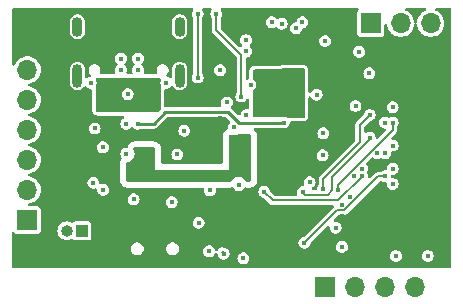
<source format=gbr>
%TF.GenerationSoftware,KiCad,Pcbnew,8.0.2-1*%
%TF.CreationDate,2024-06-13T15:13:00+09:00*%
%TF.ProjectId,eeg,6565672e-6b69-4636-9164-5f7063625858,rev?*%
%TF.SameCoordinates,Original*%
%TF.FileFunction,Copper,L4,Inr*%
%TF.FilePolarity,Positive*%
%FSLAX46Y46*%
G04 Gerber Fmt 4.6, Leading zero omitted, Abs format (unit mm)*
G04 Created by KiCad (PCBNEW 8.0.2-1) date 2024-06-13 15:13:00*
%MOMM*%
%LPD*%
G01*
G04 APERTURE LIST*
%TA.AperFunction,ComponentPad*%
%ADD10R,1.700000X1.700000*%
%TD*%
%TA.AperFunction,ComponentPad*%
%ADD11O,1.700000X1.700000*%
%TD*%
%TA.AperFunction,ComponentPad*%
%ADD12O,1.000000X1.000000*%
%TD*%
%TA.AperFunction,ComponentPad*%
%ADD13R,1.000000X1.000000*%
%TD*%
%TA.AperFunction,ComponentPad*%
%ADD14O,0.900000X1.700000*%
%TD*%
%TA.AperFunction,ComponentPad*%
%ADD15O,0.900000X2.000000*%
%TD*%
%TA.AperFunction,ViaPad*%
%ADD16C,0.400000*%
%TD*%
%TA.AperFunction,ViaPad*%
%ADD17C,0.450000*%
%TD*%
%TA.AperFunction,Conductor*%
%ADD18C,0.150000*%
%TD*%
%TA.AperFunction,Conductor*%
%ADD19C,0.250000*%
%TD*%
G04 APERTURE END LIST*
D10*
%TO.N,/DVDD*%
%TO.C,J2*%
X156300000Y-112600000D03*
D11*
%TO.N,/SWDIO*%
X158840000Y-112600000D03*
%TO.N,/SWDCLK*%
X161380000Y-112600000D03*
%TO.N,GND*%
X163920000Y-112600000D03*
%TD*%
%TO.N,GND*%
%TO.C,J1*%
X165255000Y-90300000D03*
%TO.N,/UART_TX*%
X162715000Y-90300000D03*
D10*
%TO.N,/UART_RX*%
X160175000Y-90300000D03*
%TD*%
%TO.N,/ads1299/1P*%
%TO.C,J4*%
X131100000Y-106950000D03*
D11*
%TO.N,/ads1299/2P*%
X131100000Y-104410000D03*
%TO.N,/ads1299/3P*%
X131100000Y-101870000D03*
%TO.N,/ads1299/4P*%
X131100000Y-99330000D03*
%TO.N,/ads1299/REF*%
X131100000Y-96790000D03*
%TO.N,/ads1299/BIAS*%
X131100000Y-94250000D03*
%TD*%
D12*
%TO.N,GND*%
%TO.C,BT1*%
X134450000Y-107870000D03*
D13*
%TO.N,Net-(BT1-+)*%
X135720000Y-107870000D03*
%TD*%
D14*
%TO.N,unconnected-(J3-SHIELD-PadS1)_1*%
%TO.C,J3*%
X144000000Y-90580000D03*
%TO.N,unconnected-(J3-SHIELD-PadS1)*%
X135350000Y-90580000D03*
D15*
%TO.N,unconnected-(J3-SHIELD-PadS1)_2*%
X144000000Y-94750000D03*
%TO.N,unconnected-(J3-SHIELD-PadS1)_0*%
X135350000Y-94750000D03*
%TD*%
D16*
%TO.N,/nrf5340/BMI270_CS*%
X161390000Y-103250000D03*
%TO.N,VSSA*%
X146490000Y-109600000D03*
X149400000Y-110200000D03*
X149620000Y-91710000D03*
X152635696Y-90342662D03*
X154400000Y-90200000D03*
X140480000Y-93290000D03*
%TO.N,/DVDD*%
X152740000Y-101520000D03*
X147379996Y-98330000D03*
X157280000Y-91800000D03*
X159100000Y-94530000D03*
X145600000Y-104440000D03*
X158725000Y-109400000D03*
X156100000Y-100520000D03*
X157737500Y-108262500D03*
X157737500Y-106602500D03*
X156320000Y-102250000D03*
X159200000Y-93680000D03*
%TO.N,/USB-C/VBUS_IN*%
X142075000Y-95330000D03*
X137275000Y-95330000D03*
%TO.N,/nrf5340/VBUS_OUT*%
X140439996Y-98790000D03*
X152800000Y-98696802D03*
%TO.N,/AVDD*%
X153867724Y-90704383D03*
D17*
X153400000Y-97400000D03*
X149620000Y-92670000D03*
X154200000Y-97400000D03*
D16*
X147720000Y-109800000D03*
X139030000Y-93290000D03*
X145600000Y-107200000D03*
%TO.N,/power/CHG*%
X145525000Y-89500000D03*
X145520000Y-94890000D03*
%TO.N,/nrf5340/SDA*%
X151164124Y-104564124D03*
X159440000Y-103250000D03*
%TO.N,/power/PVDD*%
X149610000Y-101040000D03*
X149620000Y-100020000D03*
X147100000Y-89500000D03*
X149220000Y-96500000D03*
X140440000Y-101350000D03*
%TO.N,GND*%
X144400000Y-99400000D03*
X137520000Y-104400000D03*
X148000000Y-97000000D03*
X146560000Y-104440000D03*
X147430000Y-94260000D03*
X148600000Y-99060000D03*
X136700000Y-103800000D03*
X157737500Y-109222500D03*
X157200000Y-107600000D03*
X143800000Y-101400000D03*
X156160000Y-99610000D03*
X162040000Y-97400000D03*
X162040000Y-103900000D03*
X140100000Y-105200000D03*
X136475000Y-95330000D03*
X150000000Y-95510000D03*
X161390000Y-101300000D03*
X158890000Y-97300000D03*
X159200000Y-92720000D03*
X156320000Y-91800000D03*
X149000000Y-104000000D03*
X143330000Y-105440000D03*
X149650000Y-98070000D03*
X162300000Y-110000000D03*
X142875000Y-95330000D03*
X155000000Y-103750000D03*
X157739105Y-105644188D03*
X156100000Y-101480000D03*
X139030000Y-94250000D03*
X158400000Y-105000000D03*
X151800000Y-90200000D03*
X139608218Y-96298620D03*
X162040000Y-102600000D03*
X139479996Y-98790000D03*
X139480000Y-101350000D03*
X137500000Y-100800000D03*
X140480000Y-94250000D03*
X162040000Y-100650000D03*
X155591825Y-96335282D03*
X160060000Y-94530000D03*
X136800000Y-99200000D03*
X165000000Y-110000000D03*
%TO.N,/nrf5340/BMI270_CS*%
X154567628Y-108884698D03*
%TO.N,/ads1299/SCK*%
X154405823Y-104600498D03*
X160090000Y-100000000D03*
%TO.N,/ads1299/MISO*%
X160090000Y-98060000D03*
X156147102Y-104324650D03*
%TO.N,/ads1299/~{DRDY}*%
X161390000Y-98700000D03*
%TO.N,/ads1299/MOSI*%
X158790000Y-103250000D03*
%TO.N,/ads1299/~{ADS1299_CS}*%
X160740000Y-101300000D03*
%TO.N,/ads1299/START*%
X159440000Y-102600000D03*
%TO.N,/BMI270_INT1*%
X162040000Y-98700000D03*
X157400000Y-104400000D03*
%TD*%
D18*
%TO.N,/nrf5340/BMI270_CS*%
X161390000Y-103250000D02*
X160821752Y-103250000D01*
X160821752Y-103250000D02*
X157952564Y-106119188D01*
X157952564Y-106119188D02*
X157333138Y-106119188D01*
X157333138Y-106119188D02*
X154567628Y-108884698D01*
D19*
%TO.N,/AVDD*%
X147720000Y-109800000D02*
X147600000Y-109680000D01*
%TO.N,VSSA*%
X154400000Y-90200000D02*
X154379383Y-90179383D01*
%TO.N,/nrf5340/VBUS_OUT*%
X152800000Y-98696802D02*
X148986802Y-98696802D01*
X141810000Y-98790000D02*
X142800000Y-97800000D01*
X140439996Y-98790000D02*
X141810000Y-98790000D01*
X148090000Y-97800000D02*
X142800000Y-97800000D01*
X148986802Y-98696802D02*
X148090000Y-97800000D01*
D18*
%TO.N,/power/CHG*%
X145525000Y-89500000D02*
X145525000Y-94885000D01*
X145525000Y-94885000D02*
X145520000Y-94890000D01*
%TO.N,/power/PVDD*%
X147100000Y-89500000D02*
X147100000Y-90871752D01*
X147100000Y-90871752D02*
X149220000Y-92991752D01*
X149220000Y-92991752D02*
X149220000Y-96500000D01*
D19*
X149630000Y-100000000D02*
X149615000Y-99985000D01*
D18*
%TO.N,/ads1299/SCK*%
X156925000Y-104443504D02*
X156925000Y-103275000D01*
X156568854Y-104799650D02*
X156925000Y-104443504D01*
X154604975Y-104799650D02*
X156568854Y-104799650D01*
X156925000Y-103275000D02*
X160090000Y-100110000D01*
X154405823Y-104600498D02*
X154604975Y-104799650D01*
X160090000Y-100110000D02*
X160090000Y-100000000D01*
%TO.N,/ads1299/MISO*%
X159265000Y-100371637D02*
X159265000Y-98885000D01*
X156147102Y-104324650D02*
X156147102Y-103489535D01*
X159265000Y-98885000D02*
X160090000Y-98060000D01*
X156147102Y-103489535D02*
X159265000Y-100371637D01*
%TO.N,/BMI270_INT1*%
X162040000Y-99328248D02*
X162040000Y-98700000D01*
X157400000Y-104400000D02*
X157400000Y-103968248D01*
X157400000Y-103968248D02*
X162040000Y-99328248D01*
%TO.N,/nrf5340/SDA*%
X151164124Y-104564124D02*
X151900000Y-105300000D01*
X151900000Y-105300000D02*
X157411752Y-105300000D01*
X157411752Y-105300000D02*
X159440000Y-103271752D01*
X159440000Y-103271752D02*
X159440000Y-103250000D01*
%TD*%
%TA.AperFunction,Conductor*%
%TO.N,/USB-C/VBUS_IN*%
G36*
X142325500Y-94919962D02*
G01*
X142380038Y-94974500D01*
X142400000Y-95049000D01*
X142400000Y-95132871D01*
X142390482Y-95176625D01*
X142392837Y-95177317D01*
X142389834Y-95187542D01*
X142369353Y-95329996D01*
X142369353Y-95330004D01*
X142389833Y-95472454D01*
X142392836Y-95482677D01*
X142390479Y-95483369D01*
X142400000Y-95527127D01*
X142400000Y-97536534D01*
X142380038Y-97611034D01*
X142356359Y-97641893D01*
X142241893Y-97756359D01*
X142175098Y-97794923D01*
X142136534Y-97800000D01*
X137049000Y-97800000D01*
X136974500Y-97780038D01*
X136919962Y-97725500D01*
X136900000Y-97651000D01*
X136900000Y-96298616D01*
X139102571Y-96298616D01*
X139102571Y-96298623D01*
X139123052Y-96441074D01*
X139123052Y-96441075D01*
X139123053Y-96441077D01*
X139182841Y-96571993D01*
X139277090Y-96680763D01*
X139398165Y-96758573D01*
X139536257Y-96799120D01*
X139536259Y-96799120D01*
X139680177Y-96799120D01*
X139680179Y-96799120D01*
X139818271Y-96758573D01*
X139939346Y-96680763D01*
X140033595Y-96571993D01*
X140093383Y-96441077D01*
X140113865Y-96298620D01*
X140113865Y-96298616D01*
X140093383Y-96156165D01*
X140093383Y-96156163D01*
X140033595Y-96025247D01*
X139939346Y-95916477D01*
X139939345Y-95916476D01*
X139905683Y-95894843D01*
X139818271Y-95838667D01*
X139818268Y-95838666D01*
X139680185Y-95798121D01*
X139680180Y-95798120D01*
X139680179Y-95798120D01*
X139536257Y-95798120D01*
X139536255Y-95798120D01*
X139536250Y-95798121D01*
X139398167Y-95838666D01*
X139277090Y-95916476D01*
X139277088Y-95916479D01*
X139182840Y-96025248D01*
X139123052Y-96156165D01*
X139102571Y-96298616D01*
X136900000Y-96298616D01*
X136900000Y-95636612D01*
X136913465Y-95574714D01*
X136960165Y-95472457D01*
X136970406Y-95401228D01*
X136980647Y-95330003D01*
X136980647Y-95329996D01*
X136960165Y-95187543D01*
X136925162Y-95110897D01*
X136912372Y-95034837D01*
X136939325Y-94962572D01*
X136998800Y-94913465D01*
X137060697Y-94900000D01*
X142251000Y-94900000D01*
X142325500Y-94919962D01*
G37*
%TD.AperFunction*%
%TD*%
%TA.AperFunction,Conductor*%
%TO.N,/power/PVDD*%
G36*
X148339131Y-99714204D02*
G01*
X148349575Y-99719685D01*
X148349775Y-99719790D01*
X148514944Y-99760500D01*
X148685056Y-99760500D01*
X148850225Y-99719790D01*
X148855620Y-99716958D01*
X148860869Y-99714204D01*
X148918495Y-99700000D01*
X149926000Y-99700000D01*
X149993039Y-99719685D01*
X150038794Y-99772489D01*
X150050000Y-99824000D01*
X150050000Y-103576000D01*
X150030315Y-103643039D01*
X149977511Y-103688794D01*
X149926000Y-103700000D01*
X149709177Y-103700000D01*
X149642138Y-103680315D01*
X149607127Y-103646441D01*
X149604779Y-103643039D01*
X149528183Y-103532071D01*
X149400852Y-103419266D01*
X149400849Y-103419263D01*
X149250226Y-103340210D01*
X149085056Y-103299500D01*
X148914944Y-103299500D01*
X148749773Y-103340210D01*
X148599150Y-103419263D01*
X148471818Y-103532070D01*
X148471817Y-103532071D01*
X148405940Y-103627511D01*
X148392873Y-103646441D01*
X148338590Y-103690431D01*
X148290823Y-103700000D01*
X139574000Y-103700000D01*
X139506961Y-103680315D01*
X139461206Y-103627511D01*
X139450000Y-103576000D01*
X139450000Y-102174324D01*
X139469685Y-102107285D01*
X139522489Y-102061530D01*
X139559061Y-102051227D01*
X139565051Y-102050500D01*
X139565056Y-102050500D01*
X139730225Y-102009790D01*
X139809692Y-101968081D01*
X139880849Y-101930736D01*
X139880850Y-101930734D01*
X139880852Y-101930734D01*
X140008183Y-101817929D01*
X140104818Y-101677930D01*
X140165140Y-101518872D01*
X140185645Y-101350000D01*
X140165140Y-101181128D01*
X140104818Y-101022070D01*
X140104817Y-101022068D01*
X140104816Y-101022066D01*
X140085747Y-100994441D01*
X140063863Y-100928087D01*
X140081328Y-100860435D01*
X140132595Y-100812965D01*
X140187796Y-100800000D01*
X141826000Y-100800000D01*
X141893039Y-100819685D01*
X141938794Y-100872489D01*
X141950000Y-100924000D01*
X141950000Y-102700000D01*
X148150000Y-102700000D01*
X148150000Y-99824000D01*
X148169685Y-99756961D01*
X148222489Y-99711206D01*
X148274000Y-99700000D01*
X148281505Y-99700000D01*
X148339131Y-99714204D01*
G37*
%TD.AperFunction*%
%TD*%
%TA.AperFunction,Conductor*%
%TO.N,/AVDD*%
G36*
X154525500Y-94119962D02*
G01*
X154580038Y-94174500D01*
X154600000Y-94249000D01*
X154600000Y-98151000D01*
X154580038Y-98225500D01*
X154525500Y-98280038D01*
X154451000Y-98300000D01*
X153152068Y-98300000D01*
X153077568Y-98280038D01*
X153071513Y-98276347D01*
X153063400Y-98271133D01*
X153010053Y-98236849D01*
X153010050Y-98236848D01*
X152871967Y-98196303D01*
X152871962Y-98196302D01*
X152871961Y-98196302D01*
X152728039Y-98196302D01*
X152728037Y-98196302D01*
X152728032Y-98196303D01*
X152589949Y-98236847D01*
X152579695Y-98243437D01*
X152573139Y-98247650D01*
X152499675Y-98271133D01*
X152492587Y-98271302D01*
X150349000Y-98271302D01*
X150274500Y-98251340D01*
X150219962Y-98196802D01*
X150200000Y-98122302D01*
X150200000Y-96057773D01*
X150219962Y-95983273D01*
X150268442Y-95932428D01*
X150331128Y-95892143D01*
X150425377Y-95783373D01*
X150485165Y-95652457D01*
X150505647Y-95510000D01*
X150505647Y-95509996D01*
X150485165Y-95367545D01*
X150485165Y-95367543D01*
X150425377Y-95236627D01*
X150331128Y-95127857D01*
X150331125Y-95127855D01*
X150268444Y-95087572D01*
X150216563Y-95030501D01*
X150200000Y-94962226D01*
X150200000Y-94349000D01*
X150219962Y-94274500D01*
X150274500Y-94219962D01*
X150349000Y-94200000D01*
X152600000Y-94200000D01*
X152617934Y-94182065D01*
X152619962Y-94174500D01*
X152674500Y-94119962D01*
X152749000Y-94100000D01*
X154451000Y-94100000D01*
X154525500Y-94119962D01*
G37*
%TD.AperFunction*%
%TD*%
%TA.AperFunction,Conductor*%
%TO.N,/DVDD*%
G36*
X145091513Y-89019685D02*
G01*
X145137268Y-89072489D01*
X145147212Y-89141647D01*
X145118187Y-89205202D01*
X145099625Y-89226622D01*
X145099622Y-89226628D01*
X145039834Y-89357543D01*
X145019353Y-89500000D01*
X145039834Y-89642456D01*
X145065886Y-89699500D01*
X145099623Y-89773373D01*
X145119212Y-89795980D01*
X145148238Y-89859534D01*
X145149500Y-89877183D01*
X145149500Y-94507045D01*
X145129815Y-94574084D01*
X145119214Y-94588247D01*
X145094623Y-94616626D01*
X145094622Y-94616628D01*
X145034834Y-94747543D01*
X145014353Y-94890000D01*
X145034834Y-95032456D01*
X145078403Y-95127857D01*
X145094623Y-95163373D01*
X145188872Y-95272143D01*
X145309947Y-95349953D01*
X145309950Y-95349954D01*
X145309949Y-95349954D01*
X145448036Y-95390499D01*
X145448038Y-95390500D01*
X145448039Y-95390500D01*
X145591962Y-95390500D01*
X145591962Y-95390499D01*
X145730053Y-95349953D01*
X145851128Y-95272143D01*
X145945377Y-95163373D01*
X146005165Y-95032457D01*
X146025647Y-94890000D01*
X146005165Y-94747543D01*
X145968561Y-94667392D01*
X145945378Y-94616629D01*
X145945377Y-94616628D01*
X145945377Y-94616627D01*
X145930785Y-94599786D01*
X145901762Y-94536229D01*
X145900500Y-94518586D01*
X145900500Y-94260000D01*
X146924353Y-94260000D01*
X146944834Y-94402456D01*
X147004622Y-94533371D01*
X147004623Y-94533373D01*
X147098872Y-94642143D01*
X147219947Y-94719953D01*
X147219950Y-94719954D01*
X147219949Y-94719954D01*
X147358036Y-94760499D01*
X147358038Y-94760500D01*
X147358039Y-94760500D01*
X147501962Y-94760500D01*
X147501962Y-94760499D01*
X147640053Y-94719953D01*
X147761128Y-94642143D01*
X147855377Y-94533373D01*
X147915165Y-94402457D01*
X147935647Y-94260000D01*
X147915165Y-94117543D01*
X147855377Y-93986627D01*
X147761128Y-93877857D01*
X147640053Y-93800047D01*
X147640051Y-93800046D01*
X147640049Y-93800045D01*
X147640050Y-93800045D01*
X147501963Y-93759500D01*
X147501961Y-93759500D01*
X147358039Y-93759500D01*
X147358036Y-93759500D01*
X147219949Y-93800045D01*
X147098873Y-93877856D01*
X147004623Y-93986626D01*
X147004622Y-93986628D01*
X146944834Y-94117543D01*
X146924353Y-94260000D01*
X145900500Y-94260000D01*
X145900500Y-89877183D01*
X145920185Y-89810144D01*
X145930783Y-89795985D01*
X145950377Y-89773373D01*
X146010165Y-89642457D01*
X146030647Y-89500000D01*
X146010165Y-89357543D01*
X145950377Y-89226627D01*
X145950375Y-89226625D01*
X145950374Y-89226622D01*
X145931813Y-89205202D01*
X145902788Y-89141647D01*
X145912732Y-89072488D01*
X145958487Y-89019684D01*
X146025526Y-89000000D01*
X146599474Y-89000000D01*
X146666513Y-89019685D01*
X146712268Y-89072489D01*
X146722212Y-89141647D01*
X146693187Y-89205202D01*
X146674625Y-89226622D01*
X146674622Y-89226628D01*
X146614834Y-89357543D01*
X146594353Y-89500000D01*
X146614834Y-89642456D01*
X146640886Y-89699500D01*
X146674623Y-89773373D01*
X146694212Y-89795980D01*
X146723238Y-89859534D01*
X146724500Y-89877183D01*
X146724500Y-90921187D01*
X146739658Y-90977756D01*
X146750091Y-91016693D01*
X146798473Y-91100493D01*
X146799519Y-91102305D01*
X146799523Y-91102311D01*
X146799526Y-91102315D01*
X146799529Y-91102318D01*
X148808181Y-93110970D01*
X148841666Y-93172293D01*
X148844500Y-93198651D01*
X148844500Y-96122815D01*
X148824815Y-96189854D01*
X148814215Y-96204016D01*
X148794623Y-96226627D01*
X148794622Y-96226628D01*
X148734834Y-96357543D01*
X148714353Y-96500000D01*
X148734834Y-96642456D01*
X148773275Y-96726628D01*
X148794623Y-96773373D01*
X148888872Y-96882143D01*
X149009947Y-96959953D01*
X149009950Y-96959954D01*
X149009949Y-96959954D01*
X149117107Y-96991417D01*
X149146336Y-97000000D01*
X149148036Y-97000499D01*
X149148038Y-97000500D01*
X149148039Y-97000500D01*
X149291962Y-97000500D01*
X149291962Y-97000499D01*
X149430053Y-96959953D01*
X149551128Y-96882143D01*
X149645377Y-96773373D01*
X149657706Y-96746375D01*
X149703460Y-96693573D01*
X149770499Y-96673888D01*
X149837539Y-96693572D01*
X149883294Y-96746376D01*
X149894500Y-96797888D01*
X149894500Y-97454517D01*
X149874815Y-97521556D01*
X149822011Y-97567311D01*
X149752853Y-97577255D01*
X149735569Y-97573495D01*
X149721961Y-97569500D01*
X149578039Y-97569500D01*
X149578036Y-97569500D01*
X149439949Y-97610045D01*
X149318873Y-97687856D01*
X149224623Y-97796626D01*
X149224622Y-97796628D01*
X149164834Y-97927543D01*
X149156652Y-97984452D01*
X149127626Y-98048008D01*
X149068847Y-98085782D01*
X148998978Y-98085781D01*
X148946233Y-98054485D01*
X148386190Y-97494442D01*
X148352705Y-97433119D01*
X148357689Y-97363427D01*
X148380156Y-97325560D01*
X148425377Y-97273373D01*
X148485165Y-97142457D01*
X148505647Y-97000000D01*
X148485165Y-96857543D01*
X148425377Y-96726627D01*
X148331128Y-96617857D01*
X148210053Y-96540047D01*
X148210051Y-96540046D01*
X148210049Y-96540045D01*
X148210050Y-96540045D01*
X148071963Y-96499500D01*
X148071961Y-96499500D01*
X147928039Y-96499500D01*
X147928036Y-96499500D01*
X147789949Y-96540045D01*
X147668873Y-96617856D01*
X147574623Y-96726626D01*
X147574622Y-96726628D01*
X147514834Y-96857543D01*
X147494353Y-97000000D01*
X147514834Y-97142456D01*
X147540652Y-97198988D01*
X147550596Y-97268147D01*
X147521571Y-97331703D01*
X147462793Y-97369477D01*
X147427858Y-97374500D01*
X142829500Y-97374500D01*
X142762461Y-97354815D01*
X142716706Y-97302011D01*
X142705500Y-97250500D01*
X142705500Y-95954500D01*
X142725185Y-95887461D01*
X142777989Y-95841706D01*
X142829500Y-95830500D01*
X142946962Y-95830500D01*
X142946962Y-95830499D01*
X143085053Y-95789953D01*
X143206128Y-95712143D01*
X143261640Y-95648077D01*
X143320417Y-95610303D01*
X143390287Y-95610303D01*
X143449065Y-95648077D01*
X143458455Y-95660389D01*
X143494723Y-95714669D01*
X143585327Y-95805273D01*
X143585331Y-95805276D01*
X143691866Y-95876461D01*
X143691872Y-95876464D01*
X143691873Y-95876465D01*
X143810256Y-95925501D01*
X143810260Y-95925501D01*
X143810261Y-95925502D01*
X143935928Y-95950500D01*
X143935931Y-95950500D01*
X144064071Y-95950500D01*
X144148615Y-95933682D01*
X144189744Y-95925501D01*
X144308127Y-95876465D01*
X144414669Y-95805276D01*
X144505276Y-95714669D01*
X144576465Y-95608127D01*
X144625501Y-95489744D01*
X144643253Y-95400500D01*
X144650500Y-95364071D01*
X144650500Y-94135928D01*
X144625502Y-94010261D01*
X144625501Y-94010260D01*
X144625501Y-94010256D01*
X144581464Y-93903941D01*
X144576466Y-93891875D01*
X144576461Y-93891866D01*
X144505276Y-93785331D01*
X144505273Y-93785327D01*
X144414672Y-93694726D01*
X144414668Y-93694723D01*
X144308133Y-93623538D01*
X144308124Y-93623533D01*
X144189744Y-93574499D01*
X144189738Y-93574497D01*
X144064071Y-93549500D01*
X144064069Y-93549500D01*
X143935931Y-93549500D01*
X143935929Y-93549500D01*
X143810261Y-93574497D01*
X143810255Y-93574499D01*
X143691875Y-93623533D01*
X143691866Y-93623538D01*
X143585331Y-93694723D01*
X143585327Y-93694726D01*
X143494726Y-93785327D01*
X143494723Y-93785331D01*
X143423538Y-93891866D01*
X143423533Y-93891875D01*
X143374499Y-94010255D01*
X143374497Y-94010261D01*
X143349500Y-94135928D01*
X143349500Y-94812907D01*
X143329815Y-94879946D01*
X143277011Y-94925701D01*
X143207853Y-94935645D01*
X143158461Y-94917223D01*
X143085050Y-94870045D01*
X142959142Y-94833076D01*
X142900363Y-94795302D01*
X142871338Y-94731747D01*
X142881281Y-94662588D01*
X142906390Y-94626423D01*
X142965500Y-94567314D01*
X143031392Y-94453186D01*
X143065500Y-94325892D01*
X143065500Y-94194108D01*
X143031392Y-94066814D01*
X142965500Y-93952686D01*
X142872314Y-93859500D01*
X142782589Y-93807697D01*
X142758187Y-93793608D01*
X142670079Y-93770000D01*
X142630892Y-93759500D01*
X142499108Y-93759500D01*
X142371812Y-93793608D01*
X142257686Y-93859500D01*
X142257683Y-93859502D01*
X142164502Y-93952683D01*
X142164500Y-93952686D01*
X142098608Y-94066812D01*
X142085015Y-94117543D01*
X142064500Y-94194108D01*
X142064500Y-94325892D01*
X142070692Y-94349000D01*
X142094648Y-94438407D01*
X142092985Y-94508257D01*
X142053822Y-94566119D01*
X141989593Y-94593623D01*
X141974873Y-94594500D01*
X141065843Y-94594500D01*
X140998804Y-94574815D01*
X140953049Y-94522011D01*
X140943105Y-94452853D01*
X140953048Y-94418990D01*
X140960598Y-94402457D01*
X140965165Y-94392457D01*
X140985647Y-94250000D01*
X140965165Y-94107543D01*
X140905377Y-93976627D01*
X140811128Y-93867857D01*
X140811124Y-93867854D01*
X140806344Y-93863712D01*
X140768571Y-93804934D01*
X140768571Y-93735064D01*
X140806344Y-93676288D01*
X140811120Y-93672147D01*
X140811128Y-93672143D01*
X140905377Y-93563373D01*
X140965165Y-93432457D01*
X140985647Y-93290000D01*
X140965165Y-93147543D01*
X140905377Y-93016627D01*
X140811128Y-92907857D01*
X140690053Y-92830047D01*
X140690051Y-92830046D01*
X140690049Y-92830045D01*
X140690050Y-92830045D01*
X140551963Y-92789500D01*
X140551961Y-92789500D01*
X140408039Y-92789500D01*
X140408036Y-92789500D01*
X140269949Y-92830045D01*
X140148873Y-92907856D01*
X140054623Y-93016626D01*
X140054622Y-93016628D01*
X139994834Y-93147543D01*
X139974353Y-93290000D01*
X139994834Y-93432456D01*
X140012708Y-93471593D01*
X140054623Y-93563373D01*
X140148872Y-93672143D01*
X140148875Y-93672145D01*
X140153659Y-93676291D01*
X140191430Y-93735071D01*
X140191426Y-93804941D01*
X140153659Y-93863709D01*
X140148873Y-93867856D01*
X140054623Y-93976626D01*
X140054622Y-93976628D01*
X139994834Y-94107543D01*
X139974353Y-94250000D01*
X139994834Y-94392456D01*
X140006952Y-94418990D01*
X140016895Y-94488148D01*
X139987869Y-94551704D01*
X139929091Y-94589477D01*
X139894157Y-94594500D01*
X139615843Y-94594500D01*
X139548804Y-94574815D01*
X139503049Y-94522011D01*
X139493105Y-94452853D01*
X139503048Y-94418990D01*
X139510598Y-94402457D01*
X139515165Y-94392457D01*
X139535647Y-94250000D01*
X139515165Y-94107543D01*
X139455377Y-93976627D01*
X139361128Y-93867857D01*
X139361124Y-93867854D01*
X139356344Y-93863712D01*
X139318571Y-93804934D01*
X139318571Y-93735064D01*
X139356344Y-93676288D01*
X139361120Y-93672147D01*
X139361128Y-93672143D01*
X139455377Y-93563373D01*
X139515165Y-93432457D01*
X139535647Y-93290000D01*
X139515165Y-93147543D01*
X139455377Y-93016627D01*
X139361128Y-92907857D01*
X139240053Y-92830047D01*
X139240051Y-92830046D01*
X139240049Y-92830045D01*
X139240050Y-92830045D01*
X139101963Y-92789500D01*
X139101961Y-92789500D01*
X138958039Y-92789500D01*
X138958036Y-92789500D01*
X138819949Y-92830045D01*
X138698873Y-92907856D01*
X138604623Y-93016626D01*
X138604622Y-93016628D01*
X138544834Y-93147543D01*
X138524353Y-93290000D01*
X138544834Y-93432456D01*
X138562708Y-93471593D01*
X138604623Y-93563373D01*
X138698872Y-93672143D01*
X138698875Y-93672145D01*
X138703659Y-93676291D01*
X138741430Y-93735071D01*
X138741426Y-93804941D01*
X138703659Y-93863709D01*
X138698873Y-93867856D01*
X138604623Y-93976626D01*
X138604622Y-93976628D01*
X138544834Y-94107543D01*
X138524353Y-94250000D01*
X138544834Y-94392456D01*
X138556952Y-94418990D01*
X138566895Y-94488148D01*
X138537869Y-94551704D01*
X138479091Y-94589477D01*
X138444157Y-94594500D01*
X137375127Y-94594500D01*
X137308088Y-94574815D01*
X137262333Y-94522011D01*
X137252389Y-94452853D01*
X137255352Y-94438407D01*
X137255740Y-94436956D01*
X137285500Y-94325892D01*
X137285500Y-94194108D01*
X137251392Y-94066814D01*
X137185500Y-93952686D01*
X137092314Y-93859500D01*
X137002589Y-93807697D01*
X136978187Y-93793608D01*
X136890079Y-93770000D01*
X136850892Y-93759500D01*
X136719108Y-93759500D01*
X136591812Y-93793608D01*
X136477686Y-93859500D01*
X136477683Y-93859502D01*
X136384502Y-93952683D01*
X136384500Y-93952686D01*
X136318608Y-94066812D01*
X136305015Y-94117543D01*
X136284500Y-94194108D01*
X136284500Y-94325892D01*
X136290692Y-94349000D01*
X136318608Y-94453187D01*
X136338793Y-94488148D01*
X136384500Y-94567314D01*
X136384502Y-94567316D01*
X136443604Y-94626418D01*
X136477089Y-94687741D01*
X136472105Y-94757433D01*
X136430233Y-94813366D01*
X136390858Y-94833076D01*
X136264948Y-94870046D01*
X136191539Y-94917223D01*
X136124499Y-94936907D01*
X136057460Y-94917222D01*
X136011705Y-94864418D01*
X136000500Y-94812907D01*
X136000500Y-94135928D01*
X135975502Y-94010261D01*
X135975501Y-94010260D01*
X135975501Y-94010256D01*
X135931464Y-93903941D01*
X135926466Y-93891875D01*
X135926461Y-93891866D01*
X135855276Y-93785331D01*
X135855273Y-93785327D01*
X135764672Y-93694726D01*
X135764668Y-93694723D01*
X135658133Y-93623538D01*
X135658124Y-93623533D01*
X135539744Y-93574499D01*
X135539738Y-93574497D01*
X135414071Y-93549500D01*
X135414069Y-93549500D01*
X135285931Y-93549500D01*
X135285929Y-93549500D01*
X135160261Y-93574497D01*
X135160255Y-93574499D01*
X135041875Y-93623533D01*
X135041866Y-93623538D01*
X134935331Y-93694723D01*
X134935327Y-93694726D01*
X134844726Y-93785327D01*
X134844723Y-93785331D01*
X134773538Y-93891866D01*
X134773533Y-93891875D01*
X134724499Y-94010255D01*
X134724497Y-94010261D01*
X134699500Y-94135928D01*
X134699500Y-94135931D01*
X134699500Y-95364069D01*
X134699500Y-95364071D01*
X134699499Y-95364071D01*
X134724497Y-95489738D01*
X134724499Y-95489744D01*
X134773533Y-95608124D01*
X134773538Y-95608133D01*
X134844723Y-95714668D01*
X134844726Y-95714672D01*
X134935327Y-95805273D01*
X134935331Y-95805276D01*
X135041866Y-95876461D01*
X135041872Y-95876464D01*
X135041873Y-95876465D01*
X135160256Y-95925501D01*
X135160260Y-95925501D01*
X135160261Y-95925502D01*
X135285928Y-95950500D01*
X135285931Y-95950500D01*
X135414071Y-95950500D01*
X135498615Y-95933682D01*
X135539744Y-95925501D01*
X135658127Y-95876465D01*
X135764669Y-95805276D01*
X135855276Y-95714669D01*
X135891545Y-95660389D01*
X135945155Y-95615585D01*
X136014479Y-95606876D01*
X136077507Y-95637030D01*
X136088358Y-95648076D01*
X136143872Y-95712143D01*
X136264947Y-95789953D01*
X136264950Y-95789954D01*
X136264949Y-95789954D01*
X136403036Y-95830499D01*
X136403038Y-95830500D01*
X136470500Y-95830500D01*
X136537539Y-95850185D01*
X136583294Y-95902989D01*
X136594500Y-95954500D01*
X136594500Y-97651000D01*
X136604909Y-97730070D01*
X136624871Y-97804568D01*
X136624877Y-97804586D01*
X136640491Y-97848896D01*
X136640495Y-97848904D01*
X136703934Y-97941513D01*
X136703940Y-97941520D01*
X136703941Y-97941521D01*
X136758479Y-97996059D01*
X136758485Y-97996064D01*
X136758487Y-97996066D01*
X136794172Y-98026639D01*
X136794173Y-98026640D01*
X136895427Y-98075127D01*
X136895429Y-98075127D01*
X136895432Y-98075129D01*
X136969932Y-98095091D01*
X137034869Y-98103639D01*
X137048999Y-98105500D01*
X137049000Y-98105500D01*
X139197040Y-98105500D01*
X139264079Y-98125185D01*
X139309834Y-98177989D01*
X139319778Y-98247147D01*
X139290753Y-98310703D01*
X139264080Y-98333814D01*
X139220743Y-98361666D01*
X139148869Y-98407856D01*
X139054619Y-98516626D01*
X139054618Y-98516628D01*
X138994830Y-98647543D01*
X138974349Y-98790000D01*
X138994830Y-98932456D01*
X139054618Y-99063371D01*
X139054619Y-99063373D01*
X139148868Y-99172143D01*
X139269943Y-99249953D01*
X139269946Y-99249954D01*
X139269945Y-99249954D01*
X139408032Y-99290499D01*
X139408034Y-99290500D01*
X139408035Y-99290500D01*
X139551958Y-99290500D01*
X139551958Y-99290499D01*
X139664200Y-99257543D01*
X139690046Y-99249954D01*
X139690046Y-99249953D01*
X139690049Y-99249953D01*
X139811124Y-99172143D01*
X139866284Y-99108484D01*
X139925061Y-99070711D01*
X139994931Y-99070711D01*
X140053707Y-99108484D01*
X140108868Y-99172143D01*
X140229943Y-99249953D01*
X140229946Y-99249954D01*
X140229945Y-99249954D01*
X140368032Y-99290499D01*
X140368034Y-99290500D01*
X140368035Y-99290500D01*
X140511958Y-99290500D01*
X140511958Y-99290499D01*
X140624200Y-99257543D01*
X140650046Y-99249954D01*
X140650047Y-99249954D01*
X140650956Y-99249370D01*
X140673028Y-99235184D01*
X140740067Y-99215500D01*
X141866016Y-99215500D01*
X141866018Y-99215500D01*
X141974237Y-99186503D01*
X142071263Y-99130485D01*
X142939929Y-98261819D01*
X143001252Y-98228334D01*
X143027610Y-98225500D01*
X147862390Y-98225500D01*
X147929429Y-98245185D01*
X147950071Y-98261819D01*
X148232378Y-98544126D01*
X148265863Y-98605449D01*
X148260879Y-98675141D01*
X148238411Y-98713008D01*
X148174625Y-98786622D01*
X148174622Y-98786628D01*
X148114834Y-98917543D01*
X148094353Y-99060000D01*
X148102127Y-99114070D01*
X148092183Y-99183229D01*
X148046428Y-99236033D01*
X148018554Y-99249370D01*
X148012497Y-99251385D01*
X148012496Y-99251386D01*
X147891462Y-99329171D01*
X147891451Y-99329179D01*
X147838659Y-99374923D01*
X147744433Y-99483664D01*
X147744430Y-99483668D01*
X147684664Y-99614534D01*
X147664976Y-99681582D01*
X147659949Y-99716549D01*
X147644502Y-99823990D01*
X147644500Y-99824001D01*
X147644500Y-102070500D01*
X147624815Y-102137539D01*
X147572011Y-102183294D01*
X147520500Y-102194500D01*
X142579500Y-102194500D01*
X142512461Y-102174815D01*
X142466706Y-102122011D01*
X142455500Y-102070500D01*
X142455500Y-101400000D01*
X143294353Y-101400000D01*
X143314834Y-101542456D01*
X143359433Y-101640112D01*
X143374623Y-101673373D01*
X143468872Y-101782143D01*
X143589947Y-101859953D01*
X143589950Y-101859954D01*
X143589949Y-101859954D01*
X143728036Y-101900499D01*
X143728038Y-101900500D01*
X143728039Y-101900500D01*
X143871962Y-101900500D01*
X143871962Y-101900499D01*
X143979121Y-101869035D01*
X144010050Y-101859954D01*
X144010050Y-101859953D01*
X144010053Y-101859953D01*
X144131128Y-101782143D01*
X144225377Y-101673373D01*
X144285165Y-101542457D01*
X144305647Y-101400000D01*
X144285165Y-101257543D01*
X144225377Y-101126627D01*
X144131128Y-101017857D01*
X144010053Y-100940047D01*
X144010051Y-100940046D01*
X144010049Y-100940045D01*
X144010050Y-100940045D01*
X143871963Y-100899500D01*
X143871961Y-100899500D01*
X143728039Y-100899500D01*
X143728036Y-100899500D01*
X143589949Y-100940045D01*
X143468873Y-101017856D01*
X143374623Y-101126626D01*
X143374622Y-101126628D01*
X143314834Y-101257543D01*
X143294353Y-101400000D01*
X142455500Y-101400000D01*
X142455500Y-100924010D01*
X142455500Y-100924000D01*
X142443947Y-100816544D01*
X142432741Y-100765033D01*
X142432637Y-100764722D01*
X142398616Y-100662502D01*
X142398613Y-100662496D01*
X142359286Y-100601303D01*
X142320825Y-100541457D01*
X142293376Y-100509779D01*
X142275076Y-100488659D01*
X142275072Y-100488656D01*
X142275070Y-100488653D01*
X142166336Y-100394433D01*
X142166333Y-100394431D01*
X142166331Y-100394430D01*
X142035465Y-100334664D01*
X142035460Y-100334662D01*
X142035459Y-100334662D01*
X141990766Y-100321538D01*
X141968417Y-100314976D01*
X141919138Y-100307891D01*
X141826000Y-100294500D01*
X140187796Y-100294500D01*
X140187794Y-100294500D01*
X140072215Y-100307891D01*
X140072208Y-100307892D01*
X140017020Y-100320854D01*
X140016998Y-100320861D01*
X139907563Y-100360316D01*
X139907562Y-100360317D01*
X139789149Y-100442052D01*
X139737891Y-100489514D01*
X139737877Y-100489529D01*
X139647301Y-100601299D01*
X139647298Y-100601303D01*
X139591877Y-100734071D01*
X139591871Y-100734090D01*
X139586088Y-100756494D01*
X139550272Y-100816485D01*
X139487707Y-100847589D01*
X139466024Y-100849500D01*
X139408036Y-100849500D01*
X139269949Y-100890045D01*
X139148873Y-100967856D01*
X139054623Y-101076626D01*
X139054622Y-101076628D01*
X138994834Y-101207543D01*
X138974353Y-101350000D01*
X138994834Y-101492456D01*
X139054204Y-101622456D01*
X139054623Y-101623373D01*
X139070414Y-101641597D01*
X139099440Y-101705151D01*
X139089497Y-101774310D01*
X139070416Y-101804002D01*
X139044432Y-101833988D01*
X139044430Y-101833992D01*
X138984664Y-101964858D01*
X138964976Y-102031906D01*
X138951325Y-102126852D01*
X138944500Y-102174324D01*
X138944500Y-103576000D01*
X138944501Y-103576009D01*
X138956052Y-103683450D01*
X138956054Y-103683462D01*
X138967260Y-103734972D01*
X139001383Y-103837497D01*
X139001386Y-103837503D01*
X139079171Y-103958537D01*
X139079179Y-103958548D01*
X139124923Y-104011340D01*
X139124926Y-104011343D01*
X139124930Y-104011347D01*
X139233664Y-104105567D01*
X139233667Y-104105568D01*
X139233668Y-104105569D01*
X139327925Y-104148616D01*
X139364541Y-104165338D01*
X139431580Y-104185023D01*
X139431584Y-104185024D01*
X139574000Y-104205500D01*
X145944965Y-104205500D01*
X146012004Y-104225185D01*
X146057759Y-104277989D01*
X146067703Y-104347147D01*
X146054353Y-104439999D01*
X146074834Y-104582456D01*
X146093035Y-104622310D01*
X146134623Y-104713373D01*
X146228872Y-104822143D01*
X146349947Y-104899953D01*
X146349950Y-104899954D01*
X146349949Y-104899954D01*
X146433547Y-104924500D01*
X146484633Y-104939500D01*
X146488036Y-104940499D01*
X146488038Y-104940500D01*
X146488039Y-104940500D01*
X146631962Y-104940500D01*
X146631962Y-104940499D01*
X146744101Y-104907573D01*
X146770050Y-104899954D01*
X146770050Y-104899953D01*
X146770053Y-104899953D01*
X146891128Y-104822143D01*
X146985377Y-104713373D01*
X147045165Y-104582457D01*
X147047801Y-104564124D01*
X150658477Y-104564124D01*
X150678958Y-104706580D01*
X150729911Y-104818149D01*
X150738747Y-104837497D01*
X150832996Y-104946267D01*
X150954071Y-105024077D01*
X150954074Y-105024078D01*
X150954073Y-105024078D01*
X151092161Y-105064624D01*
X151099688Y-105065706D01*
X151163244Y-105094728D01*
X151169725Y-105100762D01*
X151669437Y-105600475D01*
X151755063Y-105649911D01*
X151850564Y-105675500D01*
X151850565Y-105675500D01*
X156946426Y-105675500D01*
X157013465Y-105695185D01*
X157059220Y-105747989D01*
X157069164Y-105817147D01*
X157040139Y-105880703D01*
X157034107Y-105887181D01*
X154573230Y-108348058D01*
X154511907Y-108381543D01*
X154503199Y-108383114D01*
X154495669Y-108384196D01*
X154357577Y-108424743D01*
X154236501Y-108502554D01*
X154142251Y-108611324D01*
X154142250Y-108611326D01*
X154082462Y-108742241D01*
X154061981Y-108884698D01*
X154082462Y-109027154D01*
X154142249Y-109158067D01*
X154142251Y-109158071D01*
X154236500Y-109266841D01*
X154357575Y-109344651D01*
X154357578Y-109344652D01*
X154357577Y-109344652D01*
X154495664Y-109385197D01*
X154495666Y-109385198D01*
X154495667Y-109385198D01*
X154639590Y-109385198D01*
X154639590Y-109385197D01*
X154777681Y-109344651D01*
X154898756Y-109266841D01*
X154937177Y-109222500D01*
X157231853Y-109222500D01*
X157252334Y-109364956D01*
X157294617Y-109457541D01*
X157312123Y-109495873D01*
X157406372Y-109604643D01*
X157527447Y-109682453D01*
X157527450Y-109682454D01*
X157527449Y-109682454D01*
X157665536Y-109722999D01*
X157665538Y-109723000D01*
X157665539Y-109723000D01*
X157809462Y-109723000D01*
X157809462Y-109722999D01*
X157947553Y-109682453D01*
X158068628Y-109604643D01*
X158162877Y-109495873D01*
X158222665Y-109364957D01*
X158243147Y-109222500D01*
X158222665Y-109080043D01*
X158162877Y-108949127D01*
X158068628Y-108840357D01*
X157947553Y-108762547D01*
X157947551Y-108762546D01*
X157947549Y-108762545D01*
X157947550Y-108762545D01*
X157809463Y-108722000D01*
X157809461Y-108722000D01*
X157665539Y-108722000D01*
X157665536Y-108722000D01*
X157527449Y-108762545D01*
X157406373Y-108840356D01*
X157312123Y-108949126D01*
X157312122Y-108949128D01*
X157252334Y-109080043D01*
X157231853Y-109222500D01*
X154937177Y-109222500D01*
X154993005Y-109158071D01*
X155052793Y-109027155D01*
X155063137Y-108955200D01*
X155092161Y-108891647D01*
X155098180Y-108885181D01*
X156483137Y-107500225D01*
X156544458Y-107466742D01*
X156614150Y-107471726D01*
X156670083Y-107513598D01*
X156694500Y-107579062D01*
X156694070Y-107591131D01*
X156694353Y-107591131D01*
X156694353Y-107599999D01*
X156714834Y-107742456D01*
X156773084Y-107870003D01*
X156774623Y-107873373D01*
X156868872Y-107982143D01*
X156989947Y-108059953D01*
X156989950Y-108059954D01*
X156989949Y-108059954D01*
X157038921Y-108074333D01*
X157118111Y-108097585D01*
X157128036Y-108100499D01*
X157128038Y-108100500D01*
X157128039Y-108100500D01*
X157271962Y-108100500D01*
X157271962Y-108100499D01*
X157410053Y-108059953D01*
X157531128Y-107982143D01*
X157625377Y-107873373D01*
X157685165Y-107742457D01*
X157705647Y-107600000D01*
X157685165Y-107457543D01*
X157625377Y-107326627D01*
X157531128Y-107217857D01*
X157410053Y-107140047D01*
X157410051Y-107140046D01*
X157410049Y-107140045D01*
X157410050Y-107140045D01*
X157271963Y-107099500D01*
X157271961Y-107099500D01*
X157183226Y-107099500D01*
X157116187Y-107079815D01*
X157070432Y-107027011D01*
X157060488Y-106957853D01*
X157089513Y-106894297D01*
X157095545Y-106887819D01*
X157452357Y-106531007D01*
X157513680Y-106497522D01*
X157540038Y-106494688D01*
X158001999Y-106494688D01*
X158002000Y-106494688D01*
X158049750Y-106481893D01*
X158097502Y-106469098D01*
X158183126Y-106419663D01*
X158253039Y-106349750D01*
X160934506Y-103668282D01*
X160995827Y-103634799D01*
X161065519Y-103639783D01*
X161089223Y-103651648D01*
X161179947Y-103709953D01*
X161179950Y-103709954D01*
X161179949Y-103709954D01*
X161265138Y-103734967D01*
X161316336Y-103750000D01*
X161318036Y-103750499D01*
X161318038Y-103750500D01*
X161412744Y-103750500D01*
X161479783Y-103770185D01*
X161525538Y-103822989D01*
X161535482Y-103892146D01*
X161534353Y-103899998D01*
X161534353Y-103899999D01*
X161554834Y-104042456D01*
X161599630Y-104140543D01*
X161614623Y-104173373D01*
X161708872Y-104282143D01*
X161829947Y-104359953D01*
X161829950Y-104359954D01*
X161829949Y-104359954D01*
X161905520Y-104382143D01*
X161966336Y-104400000D01*
X161968036Y-104400499D01*
X161968038Y-104400500D01*
X161968039Y-104400500D01*
X162111962Y-104400500D01*
X162111962Y-104400499D01*
X162250053Y-104359953D01*
X162371128Y-104282143D01*
X162465377Y-104173373D01*
X162525165Y-104042457D01*
X162545647Y-103900000D01*
X162525165Y-103757543D01*
X162465377Y-103626627D01*
X162371128Y-103517857D01*
X162250053Y-103440047D01*
X162250051Y-103440046D01*
X162250049Y-103440045D01*
X162250050Y-103440045D01*
X162111963Y-103399500D01*
X162111961Y-103399500D01*
X162017256Y-103399500D01*
X161950217Y-103379815D01*
X161904462Y-103327011D01*
X161894518Y-103257854D01*
X161895647Y-103250001D01*
X161895647Y-103249998D01*
X161894518Y-103242146D01*
X161904462Y-103172987D01*
X161950218Y-103120184D01*
X162017256Y-103100500D01*
X162111962Y-103100500D01*
X162111962Y-103100499D01*
X162250053Y-103059953D01*
X162371128Y-102982143D01*
X162465377Y-102873373D01*
X162525165Y-102742457D01*
X162545647Y-102600000D01*
X162525165Y-102457543D01*
X162465377Y-102326627D01*
X162371128Y-102217857D01*
X162250053Y-102140047D01*
X162250051Y-102140046D01*
X162250049Y-102140045D01*
X162250050Y-102140045D01*
X162111963Y-102099500D01*
X162111961Y-102099500D01*
X161968039Y-102099500D01*
X161968036Y-102099500D01*
X161829949Y-102140045D01*
X161708873Y-102217856D01*
X161614623Y-102326626D01*
X161614622Y-102326628D01*
X161554834Y-102457543D01*
X161534353Y-102600000D01*
X161534353Y-102600001D01*
X161535482Y-102607854D01*
X161525538Y-102677013D01*
X161479782Y-102729816D01*
X161412744Y-102749500D01*
X161318036Y-102749500D01*
X161179949Y-102790045D01*
X161179948Y-102790046D01*
X161079166Y-102854815D01*
X161012126Y-102874500D01*
X160772316Y-102874500D01*
X160676813Y-102900089D01*
X160591190Y-102949525D01*
X160591187Y-102949527D01*
X160151142Y-103389572D01*
X160089819Y-103423057D01*
X160020127Y-103418073D01*
X159964194Y-103376201D01*
X159939777Y-103310737D01*
X159940722Y-103284249D01*
X159945647Y-103250000D01*
X159925165Y-103107543D01*
X159865377Y-102976627D01*
X159865375Y-102976625D01*
X159865324Y-102976512D01*
X159855380Y-102907354D01*
X159865324Y-102873488D01*
X159865378Y-102873371D01*
X159925165Y-102742457D01*
X159945647Y-102600000D01*
X159925165Y-102457543D01*
X159865377Y-102326627D01*
X159865375Y-102326625D01*
X159865374Y-102326622D01*
X159805087Y-102257047D01*
X159776062Y-102193491D01*
X159786006Y-102124333D01*
X159811116Y-102088167D01*
X160225688Y-101673595D01*
X160287009Y-101640112D01*
X160356701Y-101645096D01*
X160401993Y-101676542D01*
X160402172Y-101676337D01*
X160404083Y-101677993D01*
X160407076Y-101680071D01*
X160408869Y-101682140D01*
X160408872Y-101682143D01*
X160529947Y-101759953D01*
X160529950Y-101759954D01*
X160529949Y-101759954D01*
X160668036Y-101800499D01*
X160668038Y-101800500D01*
X160668039Y-101800500D01*
X160811962Y-101800500D01*
X160811962Y-101800499D01*
X160950053Y-101759953D01*
X160997960Y-101729164D01*
X161064998Y-101709479D01*
X161132035Y-101729162D01*
X161179947Y-101759953D01*
X161179949Y-101759954D01*
X161318036Y-101800499D01*
X161318038Y-101800500D01*
X161318039Y-101800500D01*
X161461962Y-101800500D01*
X161461962Y-101800499D01*
X161600053Y-101759953D01*
X161721128Y-101682143D01*
X161815377Y-101573373D01*
X161875165Y-101442457D01*
X161895647Y-101300000D01*
X161894518Y-101292146D01*
X161904462Y-101222987D01*
X161950218Y-101170184D01*
X162017256Y-101150500D01*
X162111962Y-101150500D01*
X162111962Y-101150499D01*
X162250053Y-101109953D01*
X162371128Y-101032143D01*
X162465377Y-100923373D01*
X162525165Y-100792457D01*
X162545647Y-100650000D01*
X162525165Y-100507543D01*
X162465377Y-100376627D01*
X162371128Y-100267857D01*
X162250053Y-100190047D01*
X162250051Y-100190046D01*
X162250049Y-100190045D01*
X162250050Y-100190045D01*
X162111963Y-100149500D01*
X162111961Y-100149500D01*
X162049147Y-100149500D01*
X161982108Y-100129815D01*
X161936353Y-100077011D01*
X161926409Y-100007853D01*
X161955434Y-99944297D01*
X161961466Y-99937819D01*
X162146829Y-99752456D01*
X162340474Y-99558811D01*
X162350001Y-99542310D01*
X162389910Y-99473186D01*
X162415500Y-99377683D01*
X162415500Y-99077183D01*
X162435185Y-99010144D01*
X162445783Y-98995985D01*
X162465377Y-98973373D01*
X162525165Y-98842457D01*
X162545647Y-98700000D01*
X162525165Y-98557543D01*
X162465377Y-98426627D01*
X162371128Y-98317857D01*
X162250053Y-98240047D01*
X162250051Y-98240046D01*
X162250049Y-98240045D01*
X162250050Y-98240045D01*
X162111963Y-98199500D01*
X162111961Y-98199500D01*
X161968039Y-98199500D01*
X161968036Y-98199500D01*
X161829950Y-98240045D01*
X161782037Y-98270836D01*
X161714998Y-98290519D01*
X161647963Y-98270836D01*
X161625805Y-98256596D01*
X161600053Y-98240047D01*
X161600051Y-98240046D01*
X161600049Y-98240045D01*
X161461963Y-98199500D01*
X161461961Y-98199500D01*
X161318039Y-98199500D01*
X161318036Y-98199500D01*
X161179949Y-98240045D01*
X161058873Y-98317856D01*
X160964623Y-98426626D01*
X160964622Y-98426628D01*
X160904834Y-98557543D01*
X160884353Y-98700000D01*
X160904834Y-98842456D01*
X160964622Y-98973371D01*
X160964623Y-98973373D01*
X161058872Y-99082143D01*
X161179947Y-99159953D01*
X161179950Y-99159954D01*
X161179949Y-99159954D01*
X161270369Y-99186503D01*
X161316336Y-99200000D01*
X161318036Y-99200499D01*
X161318038Y-99200500D01*
X161337349Y-99200500D01*
X161404388Y-99220185D01*
X161450143Y-99272989D01*
X161460087Y-99342147D01*
X161431062Y-99405703D01*
X161425030Y-99412181D01*
X160801177Y-100036033D01*
X160739854Y-100069518D01*
X160670162Y-100064534D01*
X160614229Y-100022662D01*
X160590758Y-99965998D01*
X160586769Y-99938255D01*
X160575165Y-99857543D01*
X160515377Y-99726627D01*
X160421128Y-99617857D01*
X160300053Y-99540047D01*
X160300051Y-99540046D01*
X160300049Y-99540045D01*
X160300050Y-99540045D01*
X160161963Y-99499500D01*
X160161961Y-99499500D01*
X160018039Y-99499500D01*
X160018036Y-99499500D01*
X159879949Y-99540045D01*
X159845006Y-99562502D01*
X159831541Y-99571156D01*
X159831539Y-99571157D01*
X159764500Y-99590841D01*
X159697460Y-99571156D01*
X159651706Y-99518352D01*
X159640500Y-99466841D01*
X159640500Y-99091899D01*
X159660185Y-99024860D01*
X159676819Y-99004218D01*
X159863181Y-98817856D01*
X160084399Y-98596637D01*
X160145720Y-98563154D01*
X160154436Y-98561581D01*
X160161954Y-98560500D01*
X160161961Y-98560500D01*
X160161968Y-98560498D01*
X160300050Y-98519954D01*
X160300050Y-98519953D01*
X160300053Y-98519953D01*
X160421128Y-98442143D01*
X160515377Y-98333373D01*
X160575165Y-98202457D01*
X160595647Y-98060000D01*
X160575165Y-97917543D01*
X160515377Y-97786627D01*
X160421128Y-97677857D01*
X160300053Y-97600047D01*
X160300051Y-97600046D01*
X160300049Y-97600045D01*
X160300050Y-97600045D01*
X160161963Y-97559500D01*
X160161961Y-97559500D01*
X160018039Y-97559500D01*
X160018036Y-97559500D01*
X159879949Y-97600045D01*
X159758873Y-97677856D01*
X159664623Y-97786626D01*
X159664622Y-97786628D01*
X159604835Y-97917541D01*
X159604834Y-97917546D01*
X159594489Y-97989496D01*
X159565463Y-98053051D01*
X159559432Y-98059529D01*
X159034438Y-98584525D01*
X158964526Y-98654436D01*
X158915091Y-98740059D01*
X158915091Y-98740060D01*
X158915090Y-98740062D01*
X158889500Y-98835565D01*
X158889500Y-98835567D01*
X158889500Y-100164737D01*
X158869815Y-100231776D01*
X158853181Y-100252418D01*
X155916540Y-103189060D01*
X155846628Y-103258971D01*
X155797193Y-103344594D01*
X155797193Y-103344595D01*
X155797192Y-103344597D01*
X155771602Y-103440100D01*
X155771602Y-103440102D01*
X155771602Y-103947465D01*
X155751917Y-104014504D01*
X155741317Y-104028666D01*
X155721725Y-104051277D01*
X155721724Y-104051278D01*
X155661936Y-104182193D01*
X155642440Y-104317797D01*
X155613415Y-104381353D01*
X155554637Y-104419127D01*
X155519702Y-104424150D01*
X155299061Y-104424150D01*
X155232022Y-104404465D01*
X155186267Y-104351661D01*
X155176323Y-104282503D01*
X155205348Y-104218947D01*
X155232020Y-104195835D01*
X155331128Y-104132143D01*
X155425377Y-104023373D01*
X155485165Y-103892457D01*
X155505647Y-103750000D01*
X155485165Y-103607543D01*
X155425377Y-103476627D01*
X155331128Y-103367857D01*
X155210053Y-103290047D01*
X155210051Y-103290046D01*
X155210049Y-103290045D01*
X155210050Y-103290045D01*
X155071963Y-103249500D01*
X155071961Y-103249500D01*
X154928039Y-103249500D01*
X154928036Y-103249500D01*
X154789949Y-103290045D01*
X154668873Y-103367856D01*
X154574623Y-103476626D01*
X154574622Y-103476628D01*
X154514834Y-103607543D01*
X154494353Y-103750000D01*
X154514834Y-103892454D01*
X154514834Y-103892455D01*
X154514835Y-103892457D01*
X154529242Y-103924004D01*
X154529463Y-103924487D01*
X154539406Y-103993646D01*
X154510381Y-104057201D01*
X154451602Y-104094975D01*
X154416668Y-104099998D01*
X154333859Y-104099998D01*
X154195772Y-104140543D01*
X154074696Y-104218354D01*
X153980446Y-104327124D01*
X153980445Y-104327126D01*
X153920657Y-104458041D01*
X153900176Y-104600498D01*
X153920657Y-104742954D01*
X153923414Y-104748990D01*
X153933357Y-104818149D01*
X153904331Y-104881704D01*
X153845552Y-104919478D01*
X153810619Y-104924500D01*
X152106900Y-104924500D01*
X152039861Y-104904815D01*
X152019219Y-104888181D01*
X151694690Y-104563653D01*
X151661205Y-104502330D01*
X151659633Y-104493617D01*
X151649290Y-104421672D01*
X151649289Y-104421670D01*
X151649289Y-104421667D01*
X151630878Y-104381353D01*
X151589503Y-104290754D01*
X151589500Y-104290750D01*
X151574440Y-104273370D01*
X151495252Y-104181981D01*
X151374177Y-104104171D01*
X151374175Y-104104170D01*
X151374173Y-104104169D01*
X151374174Y-104104169D01*
X151236087Y-104063624D01*
X151236085Y-104063624D01*
X151092163Y-104063624D01*
X151092160Y-104063624D01*
X150954073Y-104104169D01*
X150832997Y-104181980D01*
X150832996Y-104181980D01*
X150832996Y-104181981D01*
X150821151Y-104195651D01*
X150738747Y-104290750D01*
X150738746Y-104290752D01*
X150678958Y-104421667D01*
X150658477Y-104564124D01*
X147047801Y-104564124D01*
X147065647Y-104440000D01*
X147052297Y-104347147D01*
X147062241Y-104277988D01*
X147107996Y-104225184D01*
X147175035Y-104205500D01*
X148290818Y-104205500D01*
X148290823Y-104205500D01*
X148390115Y-104195652D01*
X148430303Y-104187601D01*
X148499902Y-104193733D01*
X148555137Y-104236521D01*
X148567453Y-104257674D01*
X148574620Y-104273369D01*
X148574623Y-104273373D01*
X148668872Y-104382143D01*
X148789947Y-104459953D01*
X148789950Y-104459954D01*
X148789949Y-104459954D01*
X148928036Y-104500499D01*
X148928038Y-104500500D01*
X148928039Y-104500500D01*
X149071962Y-104500500D01*
X149071962Y-104500499D01*
X149210053Y-104459953D01*
X149331128Y-104382143D01*
X149425377Y-104273373D01*
X149433388Y-104255830D01*
X149479141Y-104203026D01*
X149546181Y-104183340D01*
X149563830Y-104184602D01*
X149566755Y-104185022D01*
X149566757Y-104185023D01*
X149566761Y-104185024D01*
X149709177Y-104205500D01*
X149709180Y-104205500D01*
X149925990Y-104205500D01*
X149926000Y-104205500D01*
X150033456Y-104193947D01*
X150084967Y-104182741D01*
X150119197Y-104171347D01*
X150187497Y-104148616D01*
X150187501Y-104148613D01*
X150187504Y-104148613D01*
X150308543Y-104070825D01*
X150361347Y-104025070D01*
X150455567Y-103916336D01*
X150515338Y-103785459D01*
X150535023Y-103718420D01*
X150535024Y-103718416D01*
X150555500Y-103576000D01*
X150555500Y-101480000D01*
X155594353Y-101480000D01*
X155614834Y-101622456D01*
X155663567Y-101729165D01*
X155674623Y-101753373D01*
X155768872Y-101862143D01*
X155889947Y-101939953D01*
X155889950Y-101939954D01*
X155889949Y-101939954D01*
X156028036Y-101980499D01*
X156028038Y-101980500D01*
X156028039Y-101980500D01*
X156171962Y-101980500D01*
X156171962Y-101980499D01*
X156310053Y-101939953D01*
X156431128Y-101862143D01*
X156525377Y-101753373D01*
X156585165Y-101622457D01*
X156605647Y-101480000D01*
X156585165Y-101337543D01*
X156525377Y-101206627D01*
X156431128Y-101097857D01*
X156310053Y-101020047D01*
X156310051Y-101020046D01*
X156310049Y-101020045D01*
X156310050Y-101020045D01*
X156171963Y-100979500D01*
X156171961Y-100979500D01*
X156028039Y-100979500D01*
X156028036Y-100979500D01*
X155889949Y-101020045D01*
X155768873Y-101097856D01*
X155674623Y-101206626D01*
X155674622Y-101206628D01*
X155614834Y-101337543D01*
X155594353Y-101480000D01*
X150555500Y-101480000D01*
X150555500Y-99824000D01*
X150543947Y-99716544D01*
X150532741Y-99665033D01*
X150531050Y-99659953D01*
X150514424Y-99610000D01*
X155654353Y-99610000D01*
X155674834Y-99752456D01*
X155722827Y-99857543D01*
X155734623Y-99883373D01*
X155828872Y-99992143D01*
X155949947Y-100069953D01*
X155949950Y-100069954D01*
X155949949Y-100069954D01*
X156057107Y-100101417D01*
X156080907Y-100108406D01*
X156088036Y-100110499D01*
X156088038Y-100110500D01*
X156088039Y-100110500D01*
X156231962Y-100110500D01*
X156231962Y-100110499D01*
X156370053Y-100069953D01*
X156491128Y-99992143D01*
X156585377Y-99883373D01*
X156645165Y-99752457D01*
X156665647Y-99610000D01*
X156645165Y-99467543D01*
X156585377Y-99336627D01*
X156491128Y-99227857D01*
X156370053Y-99150047D01*
X156370051Y-99150046D01*
X156370049Y-99150045D01*
X156370050Y-99150045D01*
X156231963Y-99109500D01*
X156231961Y-99109500D01*
X156088039Y-99109500D01*
X156088036Y-99109500D01*
X155949949Y-99150045D01*
X155828873Y-99227856D01*
X155828872Y-99227856D01*
X155828872Y-99227857D01*
X155822522Y-99235185D01*
X155734623Y-99336626D01*
X155734622Y-99336628D01*
X155674834Y-99467543D01*
X155654353Y-99610000D01*
X150514424Y-99610000D01*
X150498616Y-99562502D01*
X150498613Y-99562496D01*
X150441216Y-99473186D01*
X150420825Y-99441457D01*
X150420820Y-99441451D01*
X150375076Y-99388659D01*
X150375072Y-99388656D01*
X150375070Y-99388653D01*
X150318937Y-99340013D01*
X150281165Y-99281236D01*
X150281165Y-99211366D01*
X150318940Y-99152588D01*
X150382496Y-99123564D01*
X150400142Y-99122302D01*
X152499928Y-99122302D01*
X152566967Y-99141987D01*
X152566968Y-99141987D01*
X152583463Y-99152588D01*
X152589949Y-99156756D01*
X152728036Y-99197301D01*
X152728038Y-99197302D01*
X152728039Y-99197302D01*
X152871962Y-99197302D01*
X152871962Y-99197301D01*
X152999158Y-99159954D01*
X153010050Y-99156756D01*
X153010050Y-99156755D01*
X153010053Y-99156755D01*
X153131128Y-99078945D01*
X153225377Y-98970175D01*
X153285165Y-98839259D01*
X153303483Y-98711852D01*
X153332508Y-98648297D01*
X153391286Y-98610523D01*
X153426221Y-98605500D01*
X154451001Y-98605500D01*
X154462988Y-98603921D01*
X154530068Y-98595091D01*
X154604568Y-98575129D01*
X154648898Y-98559508D01*
X154651767Y-98557543D01*
X154741513Y-98496065D01*
X154741516Y-98496062D01*
X154741521Y-98496059D01*
X154796059Y-98441521D01*
X154826639Y-98405828D01*
X154875129Y-98304568D01*
X154895091Y-98230068D01*
X154905500Y-98151000D01*
X154905500Y-97300000D01*
X158384353Y-97300000D01*
X158404834Y-97442456D01*
X158462355Y-97568406D01*
X158464623Y-97573373D01*
X158558872Y-97682143D01*
X158679947Y-97759953D01*
X158679950Y-97759954D01*
X158679949Y-97759954D01*
X158818036Y-97800499D01*
X158818038Y-97800500D01*
X158818039Y-97800500D01*
X158961962Y-97800500D01*
X158961962Y-97800499D01*
X159100053Y-97759953D01*
X159221128Y-97682143D01*
X159315377Y-97573373D01*
X159375165Y-97442457D01*
X159381269Y-97400000D01*
X161534353Y-97400000D01*
X161554834Y-97542456D01*
X161595812Y-97632184D01*
X161614623Y-97673373D01*
X161708872Y-97782143D01*
X161829947Y-97859953D01*
X161829950Y-97859954D01*
X161829949Y-97859954D01*
X161968036Y-97900499D01*
X161968038Y-97900500D01*
X161968039Y-97900500D01*
X162111962Y-97900500D01*
X162111962Y-97900499D01*
X162250053Y-97859953D01*
X162371128Y-97782143D01*
X162465377Y-97673373D01*
X162525165Y-97542457D01*
X162545647Y-97400000D01*
X162525165Y-97257543D01*
X162465377Y-97126627D01*
X162371128Y-97017857D01*
X162250053Y-96940047D01*
X162250051Y-96940046D01*
X162250049Y-96940045D01*
X162250050Y-96940045D01*
X162111963Y-96899500D01*
X162111961Y-96899500D01*
X161968039Y-96899500D01*
X161968036Y-96899500D01*
X161829949Y-96940045D01*
X161708873Y-97017856D01*
X161614623Y-97126626D01*
X161614622Y-97126628D01*
X161554834Y-97257543D01*
X161534353Y-97400000D01*
X159381269Y-97400000D01*
X159395647Y-97300000D01*
X159375165Y-97157543D01*
X159315377Y-97026627D01*
X159221128Y-96917857D01*
X159100053Y-96840047D01*
X159100051Y-96840046D01*
X159100049Y-96840045D01*
X159100050Y-96840045D01*
X158961963Y-96799500D01*
X158961961Y-96799500D01*
X158818039Y-96799500D01*
X158818036Y-96799500D01*
X158679949Y-96840045D01*
X158558873Y-96917856D01*
X158464623Y-97026626D01*
X158464622Y-97026628D01*
X158404834Y-97157543D01*
X158384353Y-97300000D01*
X154905500Y-97300000D01*
X154905500Y-96607277D01*
X154925185Y-96540238D01*
X154977989Y-96494483D01*
X155047147Y-96484539D01*
X155110703Y-96513564D01*
X155142294Y-96555766D01*
X155166445Y-96608651D01*
X155166448Y-96608655D01*
X155260697Y-96717425D01*
X155381772Y-96795235D01*
X155381775Y-96795236D01*
X155381774Y-96795236D01*
X155519861Y-96835781D01*
X155519863Y-96835782D01*
X155519864Y-96835782D01*
X155663787Y-96835782D01*
X155663787Y-96835781D01*
X155801878Y-96795235D01*
X155922953Y-96717425D01*
X156017202Y-96608655D01*
X156076990Y-96477739D01*
X156097472Y-96335282D01*
X156076990Y-96192825D01*
X156017202Y-96061909D01*
X155922953Y-95953139D01*
X155801878Y-95875329D01*
X155801876Y-95875328D01*
X155801874Y-95875327D01*
X155801875Y-95875327D01*
X155663788Y-95834782D01*
X155663786Y-95834782D01*
X155519864Y-95834782D01*
X155519861Y-95834782D01*
X155381774Y-95875327D01*
X155260698Y-95953138D01*
X155166448Y-96061908D01*
X155166447Y-96061910D01*
X155142294Y-96114798D01*
X155096539Y-96167602D01*
X155029499Y-96187286D01*
X154962460Y-96167601D01*
X154916705Y-96114797D01*
X154905500Y-96063286D01*
X154905500Y-94530000D01*
X159554353Y-94530000D01*
X159574834Y-94672456D01*
X159614177Y-94758604D01*
X159634623Y-94803373D01*
X159728872Y-94912143D01*
X159849947Y-94989953D01*
X159849950Y-94989954D01*
X159849949Y-94989954D01*
X159943458Y-95017410D01*
X159980907Y-95028406D01*
X159988036Y-95030499D01*
X159988038Y-95030500D01*
X159988039Y-95030500D01*
X160131962Y-95030500D01*
X160131962Y-95030499D01*
X160270053Y-94989953D01*
X160391128Y-94912143D01*
X160485377Y-94803373D01*
X160545165Y-94672457D01*
X160565647Y-94530000D01*
X160545165Y-94387543D01*
X160485377Y-94256627D01*
X160391128Y-94147857D01*
X160270053Y-94070047D01*
X160270051Y-94070046D01*
X160270049Y-94070045D01*
X160270050Y-94070045D01*
X160131963Y-94029500D01*
X160131961Y-94029500D01*
X159988039Y-94029500D01*
X159988036Y-94029500D01*
X159849949Y-94070045D01*
X159728873Y-94147856D01*
X159634623Y-94256626D01*
X159634622Y-94256628D01*
X159574834Y-94387543D01*
X159554353Y-94530000D01*
X154905500Y-94530000D01*
X154905500Y-94248999D01*
X154898448Y-94195432D01*
X154895091Y-94169932D01*
X154875129Y-94095432D01*
X154859508Y-94051102D01*
X154859506Y-94051099D01*
X154859504Y-94051095D01*
X154796065Y-93958486D01*
X154796059Y-93958479D01*
X154778071Y-93940491D01*
X154741521Y-93903941D01*
X154730501Y-93894500D01*
X154705827Y-93873360D01*
X154705826Y-93873359D01*
X154604572Y-93824872D01*
X154604569Y-93824871D01*
X154530070Y-93804909D01*
X154451001Y-93794500D01*
X154451000Y-93794500D01*
X152749000Y-93794500D01*
X152748999Y-93794500D01*
X152669929Y-93804909D01*
X152595431Y-93824871D01*
X152595413Y-93824877D01*
X152551103Y-93840491D01*
X152551102Y-93840492D01*
X152503938Y-93872800D01*
X152437510Y-93894446D01*
X152433863Y-93894500D01*
X150348999Y-93894500D01*
X150269929Y-93904909D01*
X150195431Y-93924871D01*
X150195413Y-93924877D01*
X150151103Y-93940491D01*
X150151095Y-93940495D01*
X150058486Y-94003934D01*
X150058479Y-94003940D01*
X150003933Y-94058487D01*
X149973360Y-94094172D01*
X149973359Y-94094173D01*
X149924872Y-94195427D01*
X149924871Y-94195430D01*
X149904909Y-94269929D01*
X149894500Y-94348999D01*
X149894500Y-94926522D01*
X149874815Y-94993561D01*
X149822011Y-95039316D01*
X149805437Y-95045498D01*
X149789952Y-95050044D01*
X149789938Y-95050051D01*
X149786536Y-95052238D01*
X149782655Y-95053377D01*
X149781879Y-95053732D01*
X149781827Y-95053620D01*
X149719496Y-95071921D01*
X149652458Y-95052235D01*
X149606704Y-94999429D01*
X149595500Y-94947921D01*
X149595500Y-93312005D01*
X149615185Y-93244966D01*
X149667989Y-93199211D01*
X149703312Y-93189066D01*
X149757183Y-93181974D01*
X149885018Y-93129024D01*
X149994791Y-93044791D01*
X150079024Y-92935018D01*
X150131974Y-92807183D01*
X150143452Y-92720000D01*
X158694353Y-92720000D01*
X158714834Y-92862456D01*
X158747971Y-92935015D01*
X158774623Y-92993373D01*
X158868872Y-93102143D01*
X158989947Y-93179953D01*
X158989950Y-93179954D01*
X158989949Y-93179954D01*
X159097107Y-93211417D01*
X159111698Y-93215702D01*
X159128036Y-93220499D01*
X159128038Y-93220500D01*
X159128039Y-93220500D01*
X159271962Y-93220500D01*
X159271962Y-93220499D01*
X159403170Y-93181974D01*
X159410050Y-93179954D01*
X159410050Y-93179953D01*
X159410053Y-93179953D01*
X159531128Y-93102143D01*
X159625377Y-92993373D01*
X159685165Y-92862457D01*
X159705647Y-92720000D01*
X159685165Y-92577543D01*
X159625377Y-92446627D01*
X159531128Y-92337857D01*
X159410053Y-92260047D01*
X159410051Y-92260046D01*
X159410049Y-92260045D01*
X159410050Y-92260045D01*
X159271963Y-92219500D01*
X159271961Y-92219500D01*
X159128039Y-92219500D01*
X159128036Y-92219500D01*
X158989949Y-92260045D01*
X158868873Y-92337856D01*
X158774623Y-92446626D01*
X158774622Y-92446628D01*
X158714834Y-92577543D01*
X158694353Y-92720000D01*
X150143452Y-92720000D01*
X150150035Y-92670000D01*
X150131974Y-92532817D01*
X150079024Y-92404983D01*
X149994791Y-92295209D01*
X149994788Y-92295207D01*
X149994787Y-92295205D01*
X149967288Y-92274104D01*
X149926085Y-92217676D01*
X149921931Y-92147930D01*
X149949062Y-92094526D01*
X149951125Y-92092144D01*
X149951128Y-92092143D01*
X150045377Y-91983373D01*
X150105165Y-91852457D01*
X150112707Y-91800000D01*
X155814353Y-91800000D01*
X155834834Y-91942456D01*
X155853520Y-91983371D01*
X155894623Y-92073373D01*
X155988872Y-92182143D01*
X156109947Y-92259953D01*
X156109950Y-92259954D01*
X156109949Y-92259954D01*
X156248036Y-92300499D01*
X156248038Y-92300500D01*
X156248039Y-92300500D01*
X156391962Y-92300500D01*
X156391962Y-92300499D01*
X156530053Y-92259953D01*
X156651128Y-92182143D01*
X156745377Y-92073373D01*
X156805165Y-91942457D01*
X156825647Y-91800000D01*
X156805165Y-91657543D01*
X156745377Y-91526627D01*
X156651128Y-91417857D01*
X156530053Y-91340047D01*
X156530051Y-91340046D01*
X156530049Y-91340045D01*
X156530050Y-91340045D01*
X156391963Y-91299500D01*
X156391961Y-91299500D01*
X156248039Y-91299500D01*
X156248036Y-91299500D01*
X156109949Y-91340045D01*
X155988873Y-91417856D01*
X155894623Y-91526626D01*
X155894622Y-91526628D01*
X155834834Y-91657543D01*
X155814353Y-91800000D01*
X150112707Y-91800000D01*
X150125647Y-91710000D01*
X150105165Y-91567543D01*
X150045377Y-91436627D01*
X149951128Y-91327857D01*
X149830053Y-91250047D01*
X149830051Y-91250046D01*
X149830049Y-91250045D01*
X149830050Y-91250045D01*
X149691963Y-91209500D01*
X149691961Y-91209500D01*
X149548039Y-91209500D01*
X149548036Y-91209500D01*
X149409949Y-91250045D01*
X149288873Y-91327856D01*
X149194623Y-91436626D01*
X149194622Y-91436628D01*
X149134834Y-91567543D01*
X149114353Y-91710000D01*
X149134834Y-91852456D01*
X149175937Y-91942457D01*
X149194623Y-91983373D01*
X149288872Y-92092143D01*
X149288874Y-92092144D01*
X149290938Y-92094526D01*
X149319963Y-92158082D01*
X149310019Y-92227240D01*
X149272714Y-92274103D01*
X149245205Y-92295212D01*
X149239458Y-92300959D01*
X149237481Y-92298982D01*
X149192022Y-92332157D01*
X149122275Y-92336294D01*
X149062424Y-92303138D01*
X147511819Y-90752533D01*
X147478334Y-90691210D01*
X147475500Y-90664852D01*
X147475500Y-90200000D01*
X151294353Y-90200000D01*
X151314834Y-90342456D01*
X151361485Y-90444606D01*
X151374623Y-90473373D01*
X151468872Y-90582143D01*
X151589947Y-90659953D01*
X151589950Y-90659954D01*
X151589949Y-90659954D01*
X151696400Y-90691210D01*
X151728032Y-90700498D01*
X151728036Y-90700499D01*
X151728038Y-90700500D01*
X151728039Y-90700500D01*
X151871962Y-90700500D01*
X151871962Y-90700499D01*
X152010053Y-90659953D01*
X152072743Y-90619664D01*
X152139777Y-90599981D01*
X152206817Y-90619665D01*
X152233491Y-90642777D01*
X152304568Y-90724805D01*
X152425643Y-90802615D01*
X152425646Y-90802616D01*
X152425645Y-90802616D01*
X152563732Y-90843161D01*
X152563734Y-90843162D01*
X152563735Y-90843162D01*
X152707658Y-90843162D01*
X152707658Y-90843161D01*
X152845749Y-90802615D01*
X152966824Y-90724805D01*
X152984520Y-90704383D01*
X153362077Y-90704383D01*
X153382558Y-90846839D01*
X153442346Y-90977754D01*
X153442347Y-90977756D01*
X153536596Y-91086526D01*
X153657671Y-91164336D01*
X153657674Y-91164337D01*
X153657673Y-91164337D01*
X153795760Y-91204882D01*
X153795762Y-91204883D01*
X153795763Y-91204883D01*
X153939686Y-91204883D01*
X153939686Y-91204882D01*
X154077777Y-91164336D01*
X154198852Y-91086526D01*
X154293101Y-90977756D01*
X154352889Y-90846840D01*
X154358649Y-90806772D01*
X154387672Y-90743218D01*
X154446450Y-90705443D01*
X154463748Y-90701680D01*
X154471952Y-90700500D01*
X154471961Y-90700500D01*
X154610053Y-90659953D01*
X154731128Y-90582143D01*
X154825377Y-90473373D01*
X154885165Y-90342457D01*
X154905647Y-90200000D01*
X154885165Y-90057543D01*
X154825377Y-89926627D01*
X154731128Y-89817857D01*
X154610053Y-89740047D01*
X154610051Y-89740046D01*
X154610049Y-89740045D01*
X154610050Y-89740045D01*
X154471963Y-89699500D01*
X154471961Y-89699500D01*
X154328039Y-89699500D01*
X154328036Y-89699500D01*
X154189949Y-89740045D01*
X154068873Y-89817856D01*
X153974623Y-89926626D01*
X153974622Y-89926628D01*
X153914834Y-90057543D01*
X153909074Y-90097610D01*
X153880049Y-90161166D01*
X153821270Y-90198940D01*
X153803983Y-90202701D01*
X153795759Y-90203883D01*
X153657673Y-90244428D01*
X153536597Y-90322239D01*
X153442347Y-90431009D01*
X153442346Y-90431011D01*
X153382558Y-90561926D01*
X153362077Y-90704383D01*
X152984520Y-90704383D01*
X153061073Y-90616035D01*
X153120861Y-90485119D01*
X153141343Y-90342662D01*
X153120861Y-90200205D01*
X153061073Y-90069289D01*
X152966824Y-89960519D01*
X152845749Y-89882709D01*
X152845747Y-89882708D01*
X152845745Y-89882707D01*
X152845746Y-89882707D01*
X152707659Y-89842162D01*
X152707657Y-89842162D01*
X152563735Y-89842162D01*
X152563732Y-89842162D01*
X152425645Y-89882707D01*
X152362955Y-89922996D01*
X152295916Y-89942680D01*
X152228876Y-89922995D01*
X152202203Y-89899883D01*
X152187237Y-89882611D01*
X152131128Y-89817857D01*
X152010053Y-89740047D01*
X152010051Y-89740046D01*
X152010049Y-89740045D01*
X152010050Y-89740045D01*
X151871963Y-89699500D01*
X151871961Y-89699500D01*
X151728039Y-89699500D01*
X151728036Y-89699500D01*
X151589949Y-89740045D01*
X151468873Y-89817856D01*
X151374623Y-89926626D01*
X151374622Y-89926628D01*
X151314834Y-90057543D01*
X151294353Y-90200000D01*
X147475500Y-90200000D01*
X147475500Y-89877183D01*
X147495185Y-89810144D01*
X147505783Y-89795985D01*
X147525377Y-89773373D01*
X147585165Y-89642457D01*
X147605647Y-89500000D01*
X147585165Y-89357543D01*
X147525377Y-89226627D01*
X147525375Y-89226625D01*
X147525374Y-89226622D01*
X147506813Y-89205202D01*
X147477788Y-89141647D01*
X147487732Y-89072488D01*
X147533487Y-89019684D01*
X147600526Y-89000000D01*
X159050667Y-89000000D01*
X159117706Y-89019685D01*
X159163461Y-89072489D01*
X159173405Y-89141647D01*
X159144380Y-89205203D01*
X159138348Y-89211681D01*
X159072794Y-89277234D01*
X159027415Y-89380006D01*
X159027415Y-89380008D01*
X159024500Y-89405131D01*
X159024500Y-91194856D01*
X159024502Y-91194882D01*
X159027413Y-91219987D01*
X159027415Y-91219991D01*
X159072793Y-91322764D01*
X159072794Y-91322765D01*
X159152235Y-91402206D01*
X159255009Y-91447585D01*
X159280135Y-91450500D01*
X161069864Y-91450499D01*
X161069879Y-91450497D01*
X161069882Y-91450497D01*
X161094987Y-91447586D01*
X161094988Y-91447585D01*
X161094991Y-91447585D01*
X161197765Y-91402206D01*
X161277206Y-91322765D01*
X161322585Y-91219991D01*
X161325500Y-91194865D01*
X161325499Y-90456046D01*
X161345183Y-90389009D01*
X161397987Y-90343254D01*
X161467146Y-90333310D01*
X161530702Y-90362335D01*
X161568476Y-90421113D01*
X161572970Y-90444606D01*
X161575636Y-90473371D01*
X161579244Y-90512310D01*
X161633894Y-90704383D01*
X161637596Y-90717392D01*
X161637596Y-90717394D01*
X161732632Y-90908253D01*
X161785119Y-90977756D01*
X161861128Y-91078407D01*
X162018698Y-91222052D01*
X162199981Y-91334298D01*
X162398802Y-91411321D01*
X162608390Y-91450500D01*
X162608392Y-91450500D01*
X162821608Y-91450500D01*
X162821610Y-91450500D01*
X163031198Y-91411321D01*
X163230019Y-91334298D01*
X163411302Y-91222052D01*
X163568872Y-91078407D01*
X163697366Y-90908255D01*
X163747897Y-90806774D01*
X163792403Y-90717394D01*
X163792403Y-90717393D01*
X163792405Y-90717389D01*
X163850756Y-90512310D01*
X163861529Y-90396047D01*
X163887315Y-90331111D01*
X163931869Y-90299194D01*
X163895497Y-90278331D01*
X163863307Y-90216318D01*
X163861529Y-90203951D01*
X163857564Y-90161166D01*
X163850756Y-90087690D01*
X163792405Y-89882611D01*
X163792403Y-89882606D01*
X163792403Y-89882605D01*
X163697367Y-89691746D01*
X163568872Y-89521593D01*
X163441133Y-89405143D01*
X163411302Y-89377948D01*
X163230019Y-89265702D01*
X163230017Y-89265701D01*
X163206529Y-89256602D01*
X163162708Y-89239626D01*
X163107309Y-89197054D01*
X163083718Y-89131287D01*
X163099429Y-89063207D01*
X163149453Y-89014428D01*
X163207504Y-89000000D01*
X164762496Y-89000000D01*
X164829535Y-89019685D01*
X164875290Y-89072489D01*
X164885234Y-89141647D01*
X164856209Y-89205203D01*
X164807291Y-89239626D01*
X164779907Y-89250234D01*
X164739982Y-89265701D01*
X164739980Y-89265702D01*
X164558699Y-89377947D01*
X164401127Y-89521593D01*
X164272632Y-89691746D01*
X164177596Y-89882605D01*
X164177596Y-89882607D01*
X164119244Y-90087689D01*
X164108471Y-90203951D01*
X164082685Y-90268888D01*
X164038130Y-90300804D01*
X164074503Y-90321668D01*
X164106693Y-90383681D01*
X164108470Y-90396047D01*
X164119244Y-90512310D01*
X164173894Y-90704383D01*
X164177596Y-90717392D01*
X164177596Y-90717394D01*
X164272632Y-90908253D01*
X164325119Y-90977756D01*
X164401128Y-91078407D01*
X164558698Y-91222052D01*
X164739981Y-91334298D01*
X164938802Y-91411321D01*
X165148390Y-91450500D01*
X165148392Y-91450500D01*
X165361608Y-91450500D01*
X165361610Y-91450500D01*
X165571198Y-91411321D01*
X165770019Y-91334298D01*
X165951302Y-91222052D01*
X166108872Y-91078407D01*
X166237366Y-90908255D01*
X166287897Y-90806774D01*
X166332403Y-90717394D01*
X166332403Y-90717393D01*
X166332405Y-90717389D01*
X166390756Y-90512310D01*
X166410429Y-90300000D01*
X166390756Y-90087690D01*
X166332405Y-89882611D01*
X166332403Y-89882606D01*
X166332403Y-89882605D01*
X166237367Y-89691746D01*
X166108872Y-89521593D01*
X165981133Y-89405143D01*
X165951302Y-89377948D01*
X165770019Y-89265702D01*
X165770017Y-89265701D01*
X165746529Y-89256602D01*
X165702708Y-89239626D01*
X165647309Y-89197054D01*
X165623718Y-89131287D01*
X165639429Y-89063207D01*
X165689453Y-89014428D01*
X165747504Y-89000000D01*
X166876000Y-89000000D01*
X166943039Y-89019685D01*
X166988794Y-89072489D01*
X167000000Y-89124000D01*
X167000000Y-110876000D01*
X166980315Y-110943039D01*
X166927511Y-110988794D01*
X166876000Y-111000000D01*
X129924000Y-111000000D01*
X129856961Y-110980315D01*
X129811206Y-110927511D01*
X129800000Y-110876000D01*
X129800000Y-109328249D01*
X139855000Y-109328249D01*
X139855000Y-109471751D01*
X139892141Y-109610362D01*
X139963891Y-109734638D01*
X140065362Y-109836109D01*
X140189638Y-109907859D01*
X140328249Y-109945000D01*
X140328252Y-109945000D01*
X140471748Y-109945000D01*
X140471751Y-109945000D01*
X140610362Y-109907859D01*
X140734638Y-109836109D01*
X140836109Y-109734638D01*
X140907859Y-109610362D01*
X140945000Y-109471751D01*
X140945000Y-109328249D01*
X142852200Y-109328249D01*
X142852200Y-109471751D01*
X142889341Y-109610362D01*
X142961091Y-109734638D01*
X143062562Y-109836109D01*
X143186838Y-109907859D01*
X143325449Y-109945000D01*
X143325452Y-109945000D01*
X143468948Y-109945000D01*
X143468951Y-109945000D01*
X143607562Y-109907859D01*
X143731838Y-109836109D01*
X143833309Y-109734638D01*
X143905059Y-109610362D01*
X143907836Y-109600000D01*
X145984353Y-109600000D01*
X146004834Y-109742456D01*
X146059997Y-109863244D01*
X146064623Y-109873373D01*
X146158872Y-109982143D01*
X146279947Y-110059953D01*
X146279950Y-110059954D01*
X146279949Y-110059954D01*
X146418036Y-110100499D01*
X146418038Y-110100500D01*
X146418039Y-110100500D01*
X146561962Y-110100500D01*
X146561962Y-110100499D01*
X146700053Y-110059953D01*
X146821128Y-109982143D01*
X146915377Y-109873373D01*
X146958588Y-109778753D01*
X147004340Y-109725954D01*
X147071379Y-109706269D01*
X147138419Y-109725953D01*
X147184174Y-109778757D01*
X147191154Y-109798172D01*
X147201319Y-109836109D01*
X147203498Y-109844239D01*
X147214471Y-109863244D01*
X147229823Y-109907599D01*
X147234834Y-109942453D01*
X147234835Y-109942458D01*
X147288494Y-110059953D01*
X147294623Y-110073373D01*
X147388872Y-110182143D01*
X147509947Y-110259953D01*
X147509950Y-110259954D01*
X147509949Y-110259954D01*
X147648036Y-110300499D01*
X147648038Y-110300500D01*
X147648039Y-110300500D01*
X147791962Y-110300500D01*
X147791962Y-110300499D01*
X147930053Y-110259953D01*
X148023342Y-110200000D01*
X148894353Y-110200000D01*
X148914834Y-110342456D01*
X148932959Y-110382143D01*
X148974623Y-110473373D01*
X149068872Y-110582143D01*
X149189947Y-110659953D01*
X149189950Y-110659954D01*
X149189949Y-110659954D01*
X149328036Y-110700499D01*
X149328038Y-110700500D01*
X149328039Y-110700500D01*
X149471962Y-110700500D01*
X149471962Y-110700499D01*
X149610053Y-110659953D01*
X149731128Y-110582143D01*
X149825377Y-110473373D01*
X149885165Y-110342457D01*
X149905647Y-110200000D01*
X149885165Y-110057543D01*
X149858886Y-110000000D01*
X161794353Y-110000000D01*
X161814834Y-110142456D01*
X161832959Y-110182143D01*
X161874623Y-110273373D01*
X161968872Y-110382143D01*
X162089947Y-110459953D01*
X162089950Y-110459954D01*
X162089949Y-110459954D01*
X162228036Y-110500499D01*
X162228038Y-110500500D01*
X162228039Y-110500500D01*
X162371962Y-110500500D01*
X162371962Y-110500499D01*
X162510053Y-110459953D01*
X162631128Y-110382143D01*
X162725377Y-110273373D01*
X162785165Y-110142457D01*
X162805647Y-110000000D01*
X164494353Y-110000000D01*
X164514834Y-110142456D01*
X164532959Y-110182143D01*
X164574623Y-110273373D01*
X164668872Y-110382143D01*
X164789947Y-110459953D01*
X164789950Y-110459954D01*
X164789949Y-110459954D01*
X164928036Y-110500499D01*
X164928038Y-110500500D01*
X164928039Y-110500500D01*
X165071962Y-110500500D01*
X165071962Y-110500499D01*
X165210053Y-110459953D01*
X165331128Y-110382143D01*
X165425377Y-110273373D01*
X165485165Y-110142457D01*
X165505647Y-110000000D01*
X165485165Y-109857543D01*
X165425377Y-109726627D01*
X165331128Y-109617857D01*
X165210053Y-109540047D01*
X165210051Y-109540046D01*
X165210049Y-109540045D01*
X165210050Y-109540045D01*
X165071963Y-109499500D01*
X165071961Y-109499500D01*
X164928039Y-109499500D01*
X164928036Y-109499500D01*
X164789949Y-109540045D01*
X164668873Y-109617856D01*
X164574623Y-109726626D01*
X164574622Y-109726628D01*
X164514834Y-109857543D01*
X164494353Y-110000000D01*
X162805647Y-110000000D01*
X162785165Y-109857543D01*
X162725377Y-109726627D01*
X162631128Y-109617857D01*
X162510053Y-109540047D01*
X162510051Y-109540046D01*
X162510049Y-109540045D01*
X162510050Y-109540045D01*
X162371963Y-109499500D01*
X162371961Y-109499500D01*
X162228039Y-109499500D01*
X162228036Y-109499500D01*
X162089949Y-109540045D01*
X161968873Y-109617856D01*
X161874623Y-109726626D01*
X161874622Y-109726628D01*
X161814834Y-109857543D01*
X161794353Y-110000000D01*
X149858886Y-110000000D01*
X149825377Y-109926627D01*
X149731128Y-109817857D01*
X149610053Y-109740047D01*
X149610051Y-109740046D01*
X149610049Y-109740045D01*
X149610050Y-109740045D01*
X149471963Y-109699500D01*
X149471961Y-109699500D01*
X149328039Y-109699500D01*
X149328036Y-109699500D01*
X149189949Y-109740045D01*
X149068873Y-109817856D01*
X148974623Y-109926626D01*
X148974622Y-109926628D01*
X148914834Y-110057543D01*
X148894353Y-110200000D01*
X148023342Y-110200000D01*
X148051128Y-110182143D01*
X148145377Y-110073373D01*
X148205165Y-109942457D01*
X148225647Y-109800000D01*
X148205165Y-109657543D01*
X148145377Y-109526627D01*
X148051128Y-109417857D01*
X148016581Y-109395655D01*
X147930051Y-109340045D01*
X147806172Y-109303672D01*
X147779108Y-109292083D01*
X147764237Y-109283497D01*
X147656018Y-109254500D01*
X147543982Y-109254500D01*
X147435763Y-109283497D01*
X147435760Y-109283498D01*
X147338740Y-109339513D01*
X147338734Y-109339517D01*
X147259517Y-109418734D01*
X147259515Y-109418737D01*
X147206528Y-109510512D01*
X147155960Y-109558727D01*
X147087353Y-109571949D01*
X147022488Y-109545981D01*
X146981961Y-109489066D01*
X146976404Y-109466162D01*
X146975165Y-109457543D01*
X146915377Y-109326627D01*
X146821128Y-109217857D01*
X146700053Y-109140047D01*
X146700051Y-109140046D01*
X146700049Y-109140045D01*
X146700050Y-109140045D01*
X146561963Y-109099500D01*
X146561961Y-109099500D01*
X146418039Y-109099500D01*
X146418036Y-109099500D01*
X146279949Y-109140045D01*
X146158873Y-109217856D01*
X146064623Y-109326626D01*
X146064622Y-109326628D01*
X146004834Y-109457543D01*
X145984353Y-109600000D01*
X143907836Y-109600000D01*
X143942200Y-109471751D01*
X143942200Y-109328249D01*
X143905059Y-109189638D01*
X143833309Y-109065362D01*
X143731838Y-108963891D01*
X143607562Y-108892141D01*
X143607563Y-108892141D01*
X143572909Y-108882855D01*
X143468951Y-108855000D01*
X143325449Y-108855000D01*
X143221490Y-108882855D01*
X143186837Y-108892141D01*
X143062563Y-108963890D01*
X143062560Y-108963892D01*
X142961092Y-109065360D01*
X142961090Y-109065363D01*
X142889341Y-109189637D01*
X142889341Y-109189638D01*
X142852200Y-109328249D01*
X140945000Y-109328249D01*
X140907859Y-109189638D01*
X140836109Y-109065362D01*
X140734638Y-108963891D01*
X140610362Y-108892141D01*
X140610363Y-108892141D01*
X140575709Y-108882855D01*
X140471751Y-108855000D01*
X140328249Y-108855000D01*
X140224290Y-108882855D01*
X140189637Y-108892141D01*
X140065363Y-108963890D01*
X140065360Y-108963892D01*
X139963892Y-109065360D01*
X139963890Y-109065363D01*
X139892141Y-109189637D01*
X139892141Y-109189638D01*
X139855000Y-109328249D01*
X129800000Y-109328249D01*
X129800000Y-108074333D01*
X129819685Y-108007294D01*
X129872489Y-107961539D01*
X129941647Y-107951595D01*
X130005203Y-107980620D01*
X130011681Y-107986652D01*
X130077235Y-108052206D01*
X130180009Y-108097585D01*
X130205135Y-108100500D01*
X131994864Y-108100499D01*
X131994879Y-108100497D01*
X131994882Y-108100497D01*
X132019987Y-108097586D01*
X132019988Y-108097585D01*
X132019991Y-108097585D01*
X132122765Y-108052206D01*
X132202206Y-107972765D01*
X132247583Y-107869996D01*
X133644435Y-107869996D01*
X133644435Y-107870003D01*
X133664630Y-108049249D01*
X133664631Y-108049254D01*
X133724211Y-108219523D01*
X133804976Y-108348058D01*
X133820184Y-108372262D01*
X133947738Y-108499816D01*
X134016091Y-108542765D01*
X134075857Y-108580319D01*
X134100478Y-108595789D01*
X134270745Y-108655368D01*
X134270750Y-108655369D01*
X134449996Y-108675565D01*
X134450000Y-108675565D01*
X134450004Y-108675565D01*
X134629249Y-108655369D01*
X134629252Y-108655368D01*
X134629255Y-108655368D01*
X134799522Y-108595789D01*
X134851694Y-108563006D01*
X134918931Y-108544006D01*
X134985766Y-108564373D01*
X135005348Y-108580319D01*
X135047235Y-108622206D01*
X135150009Y-108667585D01*
X135175135Y-108670500D01*
X136264864Y-108670499D01*
X136264879Y-108670497D01*
X136264882Y-108670497D01*
X136289987Y-108667586D01*
X136289988Y-108667585D01*
X136289991Y-108667585D01*
X136392765Y-108622206D01*
X136472206Y-108542765D01*
X136517585Y-108439991D01*
X136520500Y-108414865D01*
X136520499Y-107325136D01*
X136520497Y-107325117D01*
X136517586Y-107300012D01*
X136517585Y-107300010D01*
X136517585Y-107300009D01*
X136473427Y-107200000D01*
X145094353Y-107200000D01*
X145114834Y-107342456D01*
X145171595Y-107466742D01*
X145174623Y-107473373D01*
X145268872Y-107582143D01*
X145389947Y-107659953D01*
X145389950Y-107659954D01*
X145389949Y-107659954D01*
X145528036Y-107700499D01*
X145528038Y-107700500D01*
X145528039Y-107700500D01*
X145671962Y-107700500D01*
X145671962Y-107700499D01*
X145810053Y-107659953D01*
X145931128Y-107582143D01*
X146025377Y-107473373D01*
X146085165Y-107342457D01*
X146105647Y-107200000D01*
X146085165Y-107057543D01*
X146025377Y-106926627D01*
X145931128Y-106817857D01*
X145810053Y-106740047D01*
X145810051Y-106740046D01*
X145810049Y-106740045D01*
X145810050Y-106740045D01*
X145671963Y-106699500D01*
X145671961Y-106699500D01*
X145528039Y-106699500D01*
X145528036Y-106699500D01*
X145389949Y-106740045D01*
X145268873Y-106817856D01*
X145174623Y-106926626D01*
X145174622Y-106926628D01*
X145114834Y-107057543D01*
X145094353Y-107200000D01*
X136473427Y-107200000D01*
X136472206Y-107197235D01*
X136392765Y-107117794D01*
X136351333Y-107099500D01*
X136289992Y-107072415D01*
X136264865Y-107069500D01*
X135175143Y-107069500D01*
X135175117Y-107069502D01*
X135150012Y-107072413D01*
X135150008Y-107072415D01*
X135047235Y-107117793D01*
X135047233Y-107117794D01*
X135005347Y-107159681D01*
X134944024Y-107193165D01*
X134874332Y-107188180D01*
X134851696Y-107176993D01*
X134799521Y-107144209D01*
X134629262Y-107084633D01*
X134629249Y-107084630D01*
X134450004Y-107064435D01*
X134449996Y-107064435D01*
X134270750Y-107084630D01*
X134270745Y-107084631D01*
X134100476Y-107144211D01*
X133947737Y-107240184D01*
X133820184Y-107367737D01*
X133724211Y-107520476D01*
X133664631Y-107690745D01*
X133664630Y-107690750D01*
X133644435Y-107869996D01*
X132247583Y-107869996D01*
X132247585Y-107869991D01*
X132250500Y-107844865D01*
X132250499Y-106055136D01*
X132250497Y-106055117D01*
X132247586Y-106030012D01*
X132247585Y-106030010D01*
X132247585Y-106030009D01*
X132202206Y-105927235D01*
X132122765Y-105847794D01*
X132122763Y-105847793D01*
X132019992Y-105802415D01*
X131994868Y-105799500D01*
X131266243Y-105799500D01*
X131199204Y-105779815D01*
X131153449Y-105727011D01*
X131143505Y-105657853D01*
X131172530Y-105594297D01*
X131231308Y-105556523D01*
X131243441Y-105553614D01*
X131416198Y-105521321D01*
X131615019Y-105444298D01*
X131796302Y-105332052D01*
X131941155Y-105200000D01*
X139594353Y-105200000D01*
X139614834Y-105342456D01*
X139659382Y-105440000D01*
X139674623Y-105473373D01*
X139768872Y-105582143D01*
X139889947Y-105659953D01*
X139889950Y-105659954D01*
X139889949Y-105659954D01*
X140028036Y-105700499D01*
X140028038Y-105700500D01*
X140028039Y-105700500D01*
X140171962Y-105700500D01*
X140171962Y-105700499D01*
X140310053Y-105659953D01*
X140431128Y-105582143D01*
X140525377Y-105473373D01*
X140540618Y-105440000D01*
X142824353Y-105440000D01*
X142844834Y-105582456D01*
X142898744Y-105700500D01*
X142904623Y-105713373D01*
X142998872Y-105822143D01*
X143119947Y-105899953D01*
X143119950Y-105899954D01*
X143119949Y-105899954D01*
X143258036Y-105940499D01*
X143258038Y-105940500D01*
X143258039Y-105940500D01*
X143401962Y-105940500D01*
X143401962Y-105940499D01*
X143509121Y-105909035D01*
X143540050Y-105899954D01*
X143540050Y-105899953D01*
X143540053Y-105899953D01*
X143661128Y-105822143D01*
X143755377Y-105713373D01*
X143815165Y-105582457D01*
X143835647Y-105440000D01*
X143815165Y-105297543D01*
X143755377Y-105166627D01*
X143661128Y-105057857D01*
X143540053Y-104980047D01*
X143540051Y-104980046D01*
X143540049Y-104980045D01*
X143540050Y-104980045D01*
X143401963Y-104939500D01*
X143401961Y-104939500D01*
X143258039Y-104939500D01*
X143258036Y-104939500D01*
X143119949Y-104980045D01*
X142998873Y-105057856D01*
X142904623Y-105166626D01*
X142904622Y-105166628D01*
X142844834Y-105297543D01*
X142824353Y-105440000D01*
X140540618Y-105440000D01*
X140585165Y-105342457D01*
X140605647Y-105200000D01*
X140585165Y-105057543D01*
X140525377Y-104926627D01*
X140431128Y-104817857D01*
X140310053Y-104740047D01*
X140310051Y-104740046D01*
X140310049Y-104740045D01*
X140310050Y-104740045D01*
X140171963Y-104699500D01*
X140171961Y-104699500D01*
X140028039Y-104699500D01*
X140028036Y-104699500D01*
X139889949Y-104740045D01*
X139768873Y-104817856D01*
X139674623Y-104926626D01*
X139674622Y-104926628D01*
X139614834Y-105057543D01*
X139594353Y-105200000D01*
X131941155Y-105200000D01*
X131953872Y-105188407D01*
X132082366Y-105018255D01*
X132101392Y-104980045D01*
X132177403Y-104827394D01*
X132177403Y-104827393D01*
X132177405Y-104827389D01*
X132235756Y-104622310D01*
X132255429Y-104410000D01*
X132254036Y-104394972D01*
X132252848Y-104382143D01*
X132235756Y-104197690D01*
X132177405Y-103992611D01*
X132177403Y-103992606D01*
X132177403Y-103992605D01*
X132082367Y-103801746D01*
X132081048Y-103800000D01*
X136194353Y-103800000D01*
X136214834Y-103942456D01*
X136260504Y-104042457D01*
X136274623Y-104073373D01*
X136368872Y-104182143D01*
X136489947Y-104259953D01*
X136489950Y-104259954D01*
X136489949Y-104259954D01*
X136565520Y-104282143D01*
X136617968Y-104297543D01*
X136628036Y-104300499D01*
X136628038Y-104300500D01*
X136628039Y-104300500D01*
X136771961Y-104300500D01*
X136855418Y-104275995D01*
X136925288Y-104275995D01*
X136984066Y-104313769D01*
X137013091Y-104377325D01*
X137014353Y-104394972D01*
X137014353Y-104399999D01*
X137034834Y-104542456D01*
X137069269Y-104617857D01*
X137094623Y-104673373D01*
X137188872Y-104782143D01*
X137309947Y-104859953D01*
X137309950Y-104859954D01*
X137309949Y-104859954D01*
X137384025Y-104881704D01*
X137446179Y-104899954D01*
X137448036Y-104900499D01*
X137448038Y-104900500D01*
X137448039Y-104900500D01*
X137591962Y-104900500D01*
X137591962Y-104900499D01*
X137730053Y-104859953D01*
X137851128Y-104782143D01*
X137945377Y-104673373D01*
X138005165Y-104542457D01*
X138025647Y-104400000D01*
X138005165Y-104257543D01*
X137945377Y-104126627D01*
X137851128Y-104017857D01*
X137730053Y-103940047D01*
X137730051Y-103940046D01*
X137730049Y-103940045D01*
X137730050Y-103940045D01*
X137591963Y-103899500D01*
X137591961Y-103899500D01*
X137448039Y-103899500D01*
X137448035Y-103899500D01*
X137364581Y-103924004D01*
X137294711Y-103924004D01*
X137235933Y-103886229D01*
X137206909Y-103822673D01*
X137205647Y-103805027D01*
X137205647Y-103800000D01*
X137185165Y-103657543D01*
X137171046Y-103626627D01*
X137125377Y-103526627D01*
X137031128Y-103417857D01*
X136910053Y-103340047D01*
X136910051Y-103340046D01*
X136910049Y-103340045D01*
X136910050Y-103340045D01*
X136771963Y-103299500D01*
X136771961Y-103299500D01*
X136628039Y-103299500D01*
X136628036Y-103299500D01*
X136489949Y-103340045D01*
X136368873Y-103417856D01*
X136274623Y-103526626D01*
X136274622Y-103526628D01*
X136214834Y-103657543D01*
X136194353Y-103800000D01*
X132081048Y-103800000D01*
X131953872Y-103631593D01*
X131939152Y-103618174D01*
X131796302Y-103487948D01*
X131615019Y-103375702D01*
X131615017Y-103375701D01*
X131489332Y-103327011D01*
X131416198Y-103298679D01*
X131219385Y-103261888D01*
X131157106Y-103230221D01*
X131121833Y-103169908D01*
X131124767Y-103100100D01*
X131164976Y-103042960D01*
X131219384Y-103018111D01*
X131416198Y-102981321D01*
X131615019Y-102904298D01*
X131796302Y-102792052D01*
X131953872Y-102648407D01*
X132082366Y-102478255D01*
X132157867Y-102326627D01*
X132177403Y-102287394D01*
X132177403Y-102287393D01*
X132177405Y-102287389D01*
X132235756Y-102082310D01*
X132255429Y-101870000D01*
X132235756Y-101657690D01*
X132177405Y-101452611D01*
X132177403Y-101452606D01*
X132177403Y-101452605D01*
X132082367Y-101261746D01*
X131953872Y-101091593D01*
X131933886Y-101073373D01*
X131796302Y-100947948D01*
X131615019Y-100835702D01*
X131615017Y-100835701D01*
X131522861Y-100800000D01*
X136994353Y-100800000D01*
X137014834Y-100942456D01*
X137074622Y-101073371D01*
X137074623Y-101073373D01*
X137168872Y-101182143D01*
X137289947Y-101259953D01*
X137289950Y-101259954D01*
X137289949Y-101259954D01*
X137397107Y-101291417D01*
X137426336Y-101300000D01*
X137428036Y-101300499D01*
X137428038Y-101300500D01*
X137428039Y-101300500D01*
X137571962Y-101300500D01*
X137571962Y-101300499D01*
X137710053Y-101259953D01*
X137831128Y-101182143D01*
X137925377Y-101073373D01*
X137985165Y-100942457D01*
X138005647Y-100800000D01*
X137985165Y-100657543D01*
X137925377Y-100526627D01*
X137831128Y-100417857D01*
X137710053Y-100340047D01*
X137710051Y-100340046D01*
X137710049Y-100340045D01*
X137710050Y-100340045D01*
X137571963Y-100299500D01*
X137571961Y-100299500D01*
X137428039Y-100299500D01*
X137428036Y-100299500D01*
X137289949Y-100340045D01*
X137168873Y-100417856D01*
X137074623Y-100526626D01*
X137074622Y-100526628D01*
X137014834Y-100657543D01*
X136994353Y-100800000D01*
X131522861Y-100800000D01*
X131503387Y-100792456D01*
X131416198Y-100758679D01*
X131219385Y-100721888D01*
X131157106Y-100690221D01*
X131121833Y-100629908D01*
X131124767Y-100560100D01*
X131164976Y-100502960D01*
X131219384Y-100478111D01*
X131416198Y-100441321D01*
X131615019Y-100364298D01*
X131796302Y-100252052D01*
X131953872Y-100108407D01*
X132082366Y-99938255D01*
X132121355Y-99859954D01*
X132177403Y-99747394D01*
X132177403Y-99747393D01*
X132177405Y-99747389D01*
X132235756Y-99542310D01*
X132255429Y-99330000D01*
X132243383Y-99200000D01*
X136294353Y-99200000D01*
X136314834Y-99342456D01*
X136371640Y-99466841D01*
X136374623Y-99473373D01*
X136468872Y-99582143D01*
X136589947Y-99659953D01*
X136589950Y-99659954D01*
X136589949Y-99659954D01*
X136728036Y-99700499D01*
X136728038Y-99700500D01*
X136728039Y-99700500D01*
X136871962Y-99700500D01*
X136871962Y-99700499D01*
X136992752Y-99665033D01*
X137010050Y-99659954D01*
X137010050Y-99659953D01*
X137010053Y-99659953D01*
X137131128Y-99582143D01*
X137225377Y-99473373D01*
X137258886Y-99400000D01*
X143894353Y-99400000D01*
X143914834Y-99542456D01*
X143927942Y-99571157D01*
X143974623Y-99673373D01*
X144068872Y-99782143D01*
X144189947Y-99859953D01*
X144189950Y-99859954D01*
X144189949Y-99859954D01*
X144328036Y-99900499D01*
X144328038Y-99900500D01*
X144328039Y-99900500D01*
X144471962Y-99900500D01*
X144471962Y-99900499D01*
X144610053Y-99859953D01*
X144731128Y-99782143D01*
X144825377Y-99673373D01*
X144885165Y-99542457D01*
X144905647Y-99400000D01*
X144885165Y-99257543D01*
X144825377Y-99126627D01*
X144731128Y-99017857D01*
X144610053Y-98940047D01*
X144610051Y-98940046D01*
X144610049Y-98940045D01*
X144610050Y-98940045D01*
X144471963Y-98899500D01*
X144471961Y-98899500D01*
X144328039Y-98899500D01*
X144328036Y-98899500D01*
X144189949Y-98940045D01*
X144068873Y-99017856D01*
X143974623Y-99126626D01*
X143974622Y-99126628D01*
X143914834Y-99257543D01*
X143894353Y-99400000D01*
X137258886Y-99400000D01*
X137285165Y-99342457D01*
X137305647Y-99200000D01*
X137285165Y-99057543D01*
X137225377Y-98926627D01*
X137131128Y-98817857D01*
X137010053Y-98740047D01*
X137010051Y-98740046D01*
X137010049Y-98740045D01*
X137010050Y-98740045D01*
X136871963Y-98699500D01*
X136871961Y-98699500D01*
X136728039Y-98699500D01*
X136728036Y-98699500D01*
X136589949Y-98740045D01*
X136468873Y-98817856D01*
X136374623Y-98926626D01*
X136374622Y-98926628D01*
X136314834Y-99057543D01*
X136294353Y-99200000D01*
X132243383Y-99200000D01*
X132235756Y-99117690D01*
X132177405Y-98912611D01*
X132177403Y-98912606D01*
X132177403Y-98912605D01*
X132082367Y-98721746D01*
X131953872Y-98551593D01*
X131892961Y-98496065D01*
X131796302Y-98407948D01*
X131615019Y-98295702D01*
X131615017Y-98295701D01*
X131484618Y-98245185D01*
X131416198Y-98218679D01*
X131219385Y-98181888D01*
X131157106Y-98150221D01*
X131121833Y-98089908D01*
X131124767Y-98020100D01*
X131164976Y-97962960D01*
X131219384Y-97938111D01*
X131416198Y-97901321D01*
X131615019Y-97824298D01*
X131796302Y-97712052D01*
X131953872Y-97568407D01*
X132082366Y-97398255D01*
X132090389Y-97382143D01*
X132177403Y-97207394D01*
X132177403Y-97207393D01*
X132177405Y-97207389D01*
X132235756Y-97002310D01*
X132255429Y-96790000D01*
X132235756Y-96577690D01*
X132177405Y-96372611D01*
X132177403Y-96372606D01*
X132177403Y-96372605D01*
X132082367Y-96181746D01*
X131953872Y-96011593D01*
X131889750Y-95953138D01*
X131796302Y-95867948D01*
X131615019Y-95755702D01*
X131615017Y-95755701D01*
X131502574Y-95712141D01*
X131416198Y-95678679D01*
X131219385Y-95641888D01*
X131157106Y-95610221D01*
X131121833Y-95549908D01*
X131124767Y-95480100D01*
X131164976Y-95422960D01*
X131219384Y-95398111D01*
X131416198Y-95361321D01*
X131615019Y-95284298D01*
X131796302Y-95172052D01*
X131953872Y-95028407D01*
X132082366Y-94858255D01*
X132104718Y-94813366D01*
X132177403Y-94667394D01*
X132177403Y-94667393D01*
X132177405Y-94667389D01*
X132235756Y-94462310D01*
X132255429Y-94250000D01*
X132235756Y-94037690D01*
X132177405Y-93832611D01*
X132177403Y-93832606D01*
X132177403Y-93832605D01*
X132082367Y-93641746D01*
X131953872Y-93471593D01*
X131910941Y-93432456D01*
X131796302Y-93327948D01*
X131615019Y-93215702D01*
X131615017Y-93215701D01*
X131502966Y-93172293D01*
X131416198Y-93138679D01*
X131206610Y-93099500D01*
X130993390Y-93099500D01*
X130783802Y-93138679D01*
X130783799Y-93138679D01*
X130783799Y-93138680D01*
X130584982Y-93215701D01*
X130584980Y-93215702D01*
X130403699Y-93327947D01*
X130246127Y-93471593D01*
X130117632Y-93641746D01*
X130035000Y-93807697D01*
X129987498Y-93858934D01*
X129919835Y-93876356D01*
X129853494Y-93854431D01*
X129809539Y-93800120D01*
X129800000Y-93752426D01*
X129800000Y-91044071D01*
X134699499Y-91044071D01*
X134724497Y-91169738D01*
X134724499Y-91169744D01*
X134773533Y-91288124D01*
X134773538Y-91288133D01*
X134844723Y-91394668D01*
X134844726Y-91394672D01*
X134935327Y-91485273D01*
X134935331Y-91485276D01*
X135041866Y-91556461D01*
X135041872Y-91556464D01*
X135041873Y-91556465D01*
X135160256Y-91605501D01*
X135160260Y-91605501D01*
X135160261Y-91605502D01*
X135285928Y-91630500D01*
X135285931Y-91630500D01*
X135414071Y-91630500D01*
X135498615Y-91613682D01*
X135539744Y-91605501D01*
X135658127Y-91556465D01*
X135764669Y-91485276D01*
X135855276Y-91394669D01*
X135926465Y-91288127D01*
X135975501Y-91169744D01*
X136000500Y-91044071D01*
X143349499Y-91044071D01*
X143374497Y-91169738D01*
X143374499Y-91169744D01*
X143423533Y-91288124D01*
X143423538Y-91288133D01*
X143494723Y-91394668D01*
X143494726Y-91394672D01*
X143585327Y-91485273D01*
X143585331Y-91485276D01*
X143691866Y-91556461D01*
X143691872Y-91556464D01*
X143691873Y-91556465D01*
X143810256Y-91605501D01*
X143810260Y-91605501D01*
X143810261Y-91605502D01*
X143935928Y-91630500D01*
X143935931Y-91630500D01*
X144064071Y-91630500D01*
X144148615Y-91613682D01*
X144189744Y-91605501D01*
X144308127Y-91556465D01*
X144414669Y-91485276D01*
X144505276Y-91394669D01*
X144576465Y-91288127D01*
X144625501Y-91169744D01*
X144650500Y-91044069D01*
X144650500Y-90115931D01*
X144650500Y-90115928D01*
X144625502Y-89990261D01*
X144625501Y-89990260D01*
X144625501Y-89990256D01*
X144587574Y-89898692D01*
X144576466Y-89871875D01*
X144576461Y-89871866D01*
X144505276Y-89765331D01*
X144505273Y-89765327D01*
X144414672Y-89674726D01*
X144414668Y-89674723D01*
X144308133Y-89603538D01*
X144308124Y-89603533D01*
X144189744Y-89554499D01*
X144189738Y-89554497D01*
X144064071Y-89529500D01*
X144064069Y-89529500D01*
X143935931Y-89529500D01*
X143935929Y-89529500D01*
X143810261Y-89554497D01*
X143810255Y-89554499D01*
X143691875Y-89603533D01*
X143691866Y-89603538D01*
X143585331Y-89674723D01*
X143585327Y-89674726D01*
X143494726Y-89765327D01*
X143494723Y-89765331D01*
X143423538Y-89871866D01*
X143423533Y-89871875D01*
X143374499Y-89990255D01*
X143374497Y-89990261D01*
X143349500Y-90115928D01*
X143349500Y-90115931D01*
X143349500Y-91044069D01*
X143349500Y-91044071D01*
X143349499Y-91044071D01*
X136000500Y-91044071D01*
X136000500Y-91044069D01*
X136000500Y-90115931D01*
X136000500Y-90115928D01*
X135975502Y-89990261D01*
X135975501Y-89990260D01*
X135975501Y-89990256D01*
X135937574Y-89898692D01*
X135926466Y-89871875D01*
X135926461Y-89871866D01*
X135855276Y-89765331D01*
X135855273Y-89765327D01*
X135764672Y-89674726D01*
X135764668Y-89674723D01*
X135658133Y-89603538D01*
X135658124Y-89603533D01*
X135539744Y-89554499D01*
X135539738Y-89554497D01*
X135414071Y-89529500D01*
X135414069Y-89529500D01*
X135285931Y-89529500D01*
X135285929Y-89529500D01*
X135160261Y-89554497D01*
X135160255Y-89554499D01*
X135041875Y-89603533D01*
X135041866Y-89603538D01*
X134935331Y-89674723D01*
X134935327Y-89674726D01*
X134844726Y-89765327D01*
X134844723Y-89765331D01*
X134773538Y-89871866D01*
X134773533Y-89871875D01*
X134724499Y-89990255D01*
X134724497Y-89990261D01*
X134699500Y-90115928D01*
X134699500Y-90115931D01*
X134699500Y-91044069D01*
X134699500Y-91044071D01*
X134699499Y-91044071D01*
X129800000Y-91044071D01*
X129800000Y-89124000D01*
X129819685Y-89056961D01*
X129872489Y-89011206D01*
X129924000Y-89000000D01*
X145024474Y-89000000D01*
X145091513Y-89019685D01*
G37*
%TD.AperFunction*%
%TD*%
M02*

</source>
